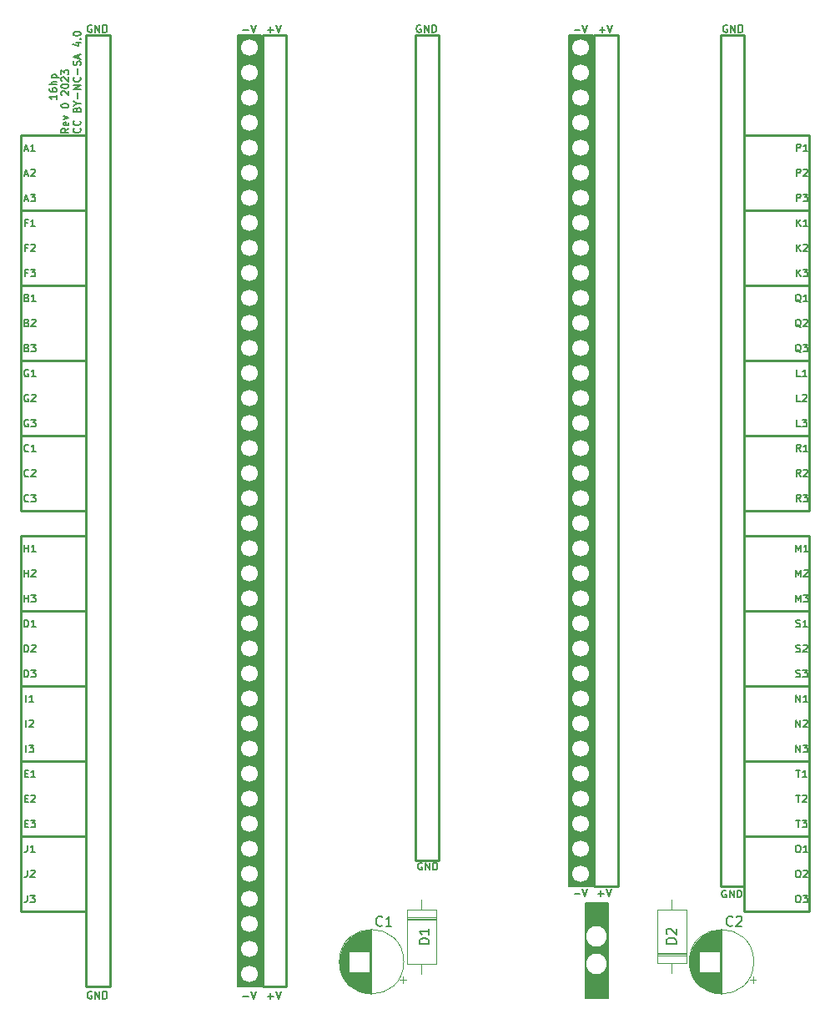
<source format=gto>
G04 #@! TF.GenerationSoftware,KiCad,Pcbnew,(6.0.11-0)*
G04 #@! TF.CreationDate,2023-03-26T21:41:22+01:00*
G04 #@! TF.ProjectId,mainboard,6d61696e-626f-4617-9264-2e6b69636164,rev?*
G04 #@! TF.SameCoordinates,Original*
G04 #@! TF.FileFunction,Legend,Top*
G04 #@! TF.FilePolarity,Positive*
%FSLAX46Y46*%
G04 Gerber Fmt 4.6, Leading zero omitted, Abs format (unit mm)*
G04 Created by KiCad (PCBNEW (6.0.11-0)) date 2023-03-26 21:41:22*
%MOMM*%
%LPD*%
G01*
G04 APERTURE LIST*
%ADD10C,0.250000*%
%ADD11C,0.150000*%
%ADD12C,0.120000*%
%ADD13C,1.700000*%
%ADD14O,1.700000X1.700000*%
%ADD15R,1.600000X1.600000*%
%ADD16C,1.600000*%
%ADD17R,2.200000X2.200000*%
%ADD18O,2.200000X2.200000*%
%ADD19C,2.082800*%
G04 APERTURE END LIST*
D10*
X73406000Y-19050000D02*
X80010000Y-19050000D01*
X80010000Y-19050000D02*
X80010000Y-26670000D01*
X80010000Y-26670000D02*
X73406000Y-26670000D01*
X73406000Y-26670000D02*
X73406000Y-19050000D01*
D11*
X57277000Y-89281000D02*
X59563000Y-89281000D01*
X59563000Y-89281000D02*
X59563000Y-98933000D01*
X59563000Y-98933000D02*
X57277000Y-98933000D01*
X57277000Y-98933000D02*
X57277000Y-89281000D01*
G36*
X57277000Y-89281000D02*
G01*
X59563000Y-89281000D01*
X59563000Y-98933000D01*
X57277000Y-98933000D01*
X57277000Y-89281000D01*
G37*
D10*
X26924000Y-97790000D02*
X24511000Y-97790000D01*
X24511000Y-97790000D02*
X24511000Y-1270000D01*
X24511000Y-1270000D02*
X26924000Y-1270000D01*
X26924000Y-1270000D02*
X26924000Y-97790000D01*
X73406000Y-41910000D02*
X80010000Y-41910000D01*
X80010000Y-41910000D02*
X80010000Y-49530000D01*
X80010000Y-49530000D02*
X73406000Y-49530000D01*
X73406000Y-49530000D02*
X73406000Y-41910000D01*
X73406000Y-87630000D02*
X70993000Y-87630000D01*
X70993000Y-87630000D02*
X70993000Y-1270000D01*
X70993000Y-1270000D02*
X73406000Y-1270000D01*
X73406000Y-1270000D02*
X73406000Y-87630000D01*
X73406000Y-34290000D02*
X80010000Y-34290000D01*
X80010000Y-34290000D02*
X80010000Y-41910000D01*
X80010000Y-41910000D02*
X73406000Y-41910000D01*
X73406000Y-41910000D02*
X73406000Y-34290000D01*
X0Y-74930000D02*
X6604000Y-74930000D01*
X6604000Y-74930000D02*
X6604000Y-82550000D01*
X6604000Y-82550000D02*
X0Y-82550000D01*
X0Y-82550000D02*
X0Y-74930000D01*
X0Y-67310000D02*
X6604000Y-67310000D01*
X6604000Y-67310000D02*
X6604000Y-74930000D01*
X6604000Y-74930000D02*
X0Y-74930000D01*
X0Y-74930000D02*
X0Y-67310000D01*
D11*
X55626000Y-87630000D02*
X58039000Y-87630000D01*
X58039000Y-87630000D02*
X58039000Y-1270000D01*
X58039000Y-1270000D02*
X55626000Y-1270000D01*
X55626000Y-1270000D02*
X55626000Y-87630000D01*
G36*
X55626000Y-87630000D02*
G01*
X58039000Y-87630000D01*
X58039000Y-1270000D01*
X55626000Y-1270000D01*
X55626000Y-87630000D01*
G37*
D10*
X0Y-19050000D02*
X6604000Y-19050000D01*
X6604000Y-19050000D02*
X6604000Y-26670000D01*
X6604000Y-26670000D02*
X0Y-26670000D01*
X0Y-26670000D02*
X0Y-19050000D01*
X73406000Y-11430000D02*
X80010000Y-11430000D01*
X80010000Y-11430000D02*
X80010000Y-19050000D01*
X80010000Y-19050000D02*
X73406000Y-19050000D01*
X73406000Y-19050000D02*
X73406000Y-11430000D01*
X0Y-11430000D02*
X6604000Y-11430000D01*
X6604000Y-11430000D02*
X6604000Y-19050000D01*
X6604000Y-19050000D02*
X0Y-19050000D01*
X0Y-19050000D02*
X0Y-11430000D01*
X73406000Y-82550000D02*
X80010000Y-82550000D01*
X80010000Y-82550000D02*
X80010000Y-90170000D01*
X80010000Y-90170000D02*
X73406000Y-90170000D01*
X73406000Y-90170000D02*
X73406000Y-82550000D01*
X0Y-26670000D02*
X6604000Y-26670000D01*
X6604000Y-26670000D02*
X6604000Y-34290000D01*
X6604000Y-34290000D02*
X0Y-34290000D01*
X0Y-34290000D02*
X0Y-26670000D01*
X0Y-41910000D02*
X6604000Y-41910000D01*
X6604000Y-41910000D02*
X6604000Y-49530000D01*
X6604000Y-49530000D02*
X0Y-49530000D01*
X0Y-49530000D02*
X0Y-41910000D01*
X73406000Y-74930000D02*
X80010000Y-74930000D01*
X80010000Y-74930000D02*
X80010000Y-82550000D01*
X80010000Y-82550000D02*
X73406000Y-82550000D01*
X73406000Y-82550000D02*
X73406000Y-74930000D01*
X73406000Y-52070000D02*
X80010000Y-52070000D01*
X80010000Y-52070000D02*
X80010000Y-59690000D01*
X80010000Y-59690000D02*
X73406000Y-59690000D01*
X73406000Y-59690000D02*
X73406000Y-52070000D01*
D11*
X21971000Y-97790000D02*
X24384000Y-97790000D01*
X24384000Y-97790000D02*
X24384000Y-1270000D01*
X24384000Y-1270000D02*
X21971000Y-1270000D01*
X21971000Y-1270000D02*
X21971000Y-97790000D01*
G36*
X21971000Y-97790000D02*
G01*
X24384000Y-97790000D01*
X24384000Y-1270000D01*
X21971000Y-1270000D01*
X21971000Y-97790000D01*
G37*
D10*
X0Y-82550000D02*
X6604000Y-82550000D01*
X6604000Y-82550000D02*
X6604000Y-90170000D01*
X6604000Y-90170000D02*
X0Y-90170000D01*
X0Y-90170000D02*
X0Y-82550000D01*
X73406000Y-67310000D02*
X80010000Y-67310000D01*
X80010000Y-67310000D02*
X80010000Y-74930000D01*
X80010000Y-74930000D02*
X73406000Y-74930000D01*
X73406000Y-74930000D02*
X73406000Y-67310000D01*
X9017000Y-97790000D02*
X6604000Y-97790000D01*
X6604000Y-97790000D02*
X6604000Y-1270000D01*
X6604000Y-1270000D02*
X9017000Y-1270000D01*
X9017000Y-1270000D02*
X9017000Y-97790000D01*
X0Y-52070000D02*
X6604000Y-52070000D01*
X6604000Y-52070000D02*
X6604000Y-59690000D01*
X6604000Y-59690000D02*
X0Y-59690000D01*
X0Y-59690000D02*
X0Y-52070000D01*
X73406000Y-26670000D02*
X80010000Y-26670000D01*
X80010000Y-26670000D02*
X80010000Y-34290000D01*
X80010000Y-34290000D02*
X73406000Y-34290000D01*
X73406000Y-34290000D02*
X73406000Y-26670000D01*
X73406000Y-59690000D02*
X80010000Y-59690000D01*
X80010000Y-59690000D02*
X80010000Y-67310000D01*
X80010000Y-67310000D02*
X73406000Y-67310000D01*
X73406000Y-67310000D02*
X73406000Y-59690000D01*
X0Y-59690000D02*
X6604000Y-59690000D01*
X6604000Y-59690000D02*
X6604000Y-67310000D01*
X6604000Y-67310000D02*
X0Y-67310000D01*
X0Y-67310000D02*
X0Y-59690000D01*
X42418000Y-84963000D02*
X40005000Y-84963000D01*
X40005000Y-84963000D02*
X40005000Y-1270000D01*
X40005000Y-1270000D02*
X42418000Y-1270000D01*
X42418000Y-1270000D02*
X42418000Y-84963000D01*
X60579000Y-87630000D02*
X58166000Y-87630000D01*
X58166000Y-87630000D02*
X58166000Y-1270000D01*
X58166000Y-1270000D02*
X60579000Y-1270000D01*
X60579000Y-1270000D02*
X60579000Y-87630000D01*
X0Y-34290000D02*
X6604000Y-34290000D01*
X6604000Y-34290000D02*
X6604000Y-41910000D01*
X6604000Y-41910000D02*
X0Y-41910000D01*
X0Y-41910000D02*
X0Y-34290000D01*
D11*
X22506857Y-98732571D02*
X23078285Y-98732571D01*
X23328285Y-98268285D02*
X23578285Y-99018285D01*
X23828285Y-98268285D01*
X22506857Y-688571D02*
X23078285Y-688571D01*
X23328285Y-224285D02*
X23578285Y-974285D01*
X23828285Y-224285D01*
X79176571Y-28350714D02*
X79105142Y-28315000D01*
X79033714Y-28243571D01*
X78926571Y-28136428D01*
X78855142Y-28100714D01*
X78783714Y-28100714D01*
X78819428Y-28279285D02*
X78748000Y-28243571D01*
X78676571Y-28172142D01*
X78640857Y-28029285D01*
X78640857Y-27779285D01*
X78676571Y-27636428D01*
X78748000Y-27565000D01*
X78819428Y-27529285D01*
X78962285Y-27529285D01*
X79033714Y-27565000D01*
X79105142Y-27636428D01*
X79140857Y-27779285D01*
X79140857Y-28029285D01*
X79105142Y-28172142D01*
X79033714Y-28243571D01*
X78962285Y-28279285D01*
X78819428Y-28279285D01*
X79855142Y-28279285D02*
X79426571Y-28279285D01*
X79640857Y-28279285D02*
X79640857Y-27529285D01*
X79569428Y-27636428D01*
X79498000Y-27707857D01*
X79426571Y-27743571D01*
X78819428Y-88489285D02*
X78962285Y-88489285D01*
X79033714Y-88525000D01*
X79105142Y-88596428D01*
X79140857Y-88739285D01*
X79140857Y-88989285D01*
X79105142Y-89132142D01*
X79033714Y-89203571D01*
X78962285Y-89239285D01*
X78819428Y-89239285D01*
X78748000Y-89203571D01*
X78676571Y-89132142D01*
X78640857Y-88989285D01*
X78640857Y-88739285D01*
X78676571Y-88596428D01*
X78748000Y-88525000D01*
X78819428Y-88489285D01*
X79390857Y-88489285D02*
X79855142Y-88489285D01*
X79605142Y-88775000D01*
X79712285Y-88775000D01*
X79783714Y-88810714D01*
X79819428Y-88846428D01*
X79855142Y-88917857D01*
X79855142Y-89096428D01*
X79819428Y-89167857D01*
X79783714Y-89203571D01*
X79712285Y-89239285D01*
X79498000Y-89239285D01*
X79426571Y-89203571D01*
X79390857Y-89167857D01*
X585428Y-32966428D02*
X692571Y-33002142D01*
X728285Y-33037857D01*
X764000Y-33109285D01*
X764000Y-33216428D01*
X728285Y-33287857D01*
X692571Y-33323571D01*
X621142Y-33359285D01*
X335428Y-33359285D01*
X335428Y-32609285D01*
X585428Y-32609285D01*
X656857Y-32645000D01*
X692571Y-32680714D01*
X728285Y-32752142D01*
X728285Y-32823571D01*
X692571Y-32895000D01*
X656857Y-32930714D01*
X585428Y-32966428D01*
X335428Y-32966428D01*
X1014000Y-32609285D02*
X1478285Y-32609285D01*
X1228285Y-32895000D01*
X1335428Y-32895000D01*
X1406857Y-32930714D01*
X1442571Y-32966428D01*
X1478285Y-33037857D01*
X1478285Y-33216428D01*
X1442571Y-33287857D01*
X1406857Y-33323571D01*
X1335428Y-33359285D01*
X1121142Y-33359285D01*
X1049714Y-33323571D01*
X1014000Y-33287857D01*
X79176571Y-30890714D02*
X79105142Y-30855000D01*
X79033714Y-30783571D01*
X78926571Y-30676428D01*
X78855142Y-30640714D01*
X78783714Y-30640714D01*
X78819428Y-30819285D02*
X78748000Y-30783571D01*
X78676571Y-30712142D01*
X78640857Y-30569285D01*
X78640857Y-30319285D01*
X78676571Y-30176428D01*
X78748000Y-30105000D01*
X78819428Y-30069285D01*
X78962285Y-30069285D01*
X79033714Y-30105000D01*
X79105142Y-30176428D01*
X79140857Y-30319285D01*
X79140857Y-30569285D01*
X79105142Y-30712142D01*
X79033714Y-30783571D01*
X78962285Y-30819285D01*
X78819428Y-30819285D01*
X79426571Y-30140714D02*
X79462285Y-30105000D01*
X79533714Y-30069285D01*
X79712285Y-30069285D01*
X79783714Y-30105000D01*
X79819428Y-30140714D01*
X79855142Y-30212142D01*
X79855142Y-30283571D01*
X79819428Y-30390714D01*
X79390857Y-30819285D01*
X79855142Y-30819285D01*
X353285Y-15365000D02*
X710428Y-15365000D01*
X281857Y-15579285D02*
X531857Y-14829285D01*
X781857Y-15579285D01*
X996142Y-14900714D02*
X1031857Y-14865000D01*
X1103285Y-14829285D01*
X1281857Y-14829285D01*
X1353285Y-14865000D01*
X1389000Y-14900714D01*
X1424714Y-14972142D01*
X1424714Y-15043571D01*
X1389000Y-15150714D01*
X960428Y-15579285D01*
X1424714Y-15579285D01*
X317571Y-53679285D02*
X317571Y-52929285D01*
X317571Y-53286428D02*
X746142Y-53286428D01*
X746142Y-53679285D02*
X746142Y-52929285D01*
X1496142Y-53679285D02*
X1067571Y-53679285D01*
X1281857Y-53679285D02*
X1281857Y-52929285D01*
X1210428Y-53036428D01*
X1139000Y-53107857D01*
X1067571Y-53143571D01*
X639000Y-20266428D02*
X389000Y-20266428D01*
X389000Y-20659285D02*
X389000Y-19909285D01*
X746142Y-19909285D01*
X1424714Y-20659285D02*
X996142Y-20659285D01*
X1210428Y-20659285D02*
X1210428Y-19909285D01*
X1139000Y-20016428D01*
X1067571Y-20087857D01*
X996142Y-20123571D01*
X78676571Y-80869285D02*
X79105142Y-80869285D01*
X78890857Y-81619285D02*
X78890857Y-80869285D01*
X79283714Y-80869285D02*
X79748000Y-80869285D01*
X79498000Y-81155000D01*
X79605142Y-81155000D01*
X79676571Y-81190714D01*
X79712285Y-81226428D01*
X79748000Y-81297857D01*
X79748000Y-81476428D01*
X79712285Y-81547857D01*
X79676571Y-81583571D01*
X79605142Y-81619285D01*
X79390857Y-81619285D01*
X79319428Y-81583571D01*
X79283714Y-81547857D01*
X79123000Y-35899285D02*
X78765857Y-35899285D01*
X78765857Y-35149285D01*
X79765857Y-35899285D02*
X79337285Y-35899285D01*
X79551571Y-35899285D02*
X79551571Y-35149285D01*
X79480142Y-35256428D01*
X79408714Y-35327857D01*
X79337285Y-35363571D01*
X78676571Y-75789285D02*
X79105142Y-75789285D01*
X78890857Y-76539285D02*
X78890857Y-75789285D01*
X79748000Y-76539285D02*
X79319428Y-76539285D01*
X79533714Y-76539285D02*
X79533714Y-75789285D01*
X79462285Y-75896428D01*
X79390857Y-75967857D01*
X79319428Y-76003571D01*
X7175571Y-98304000D02*
X7104142Y-98268285D01*
X6997000Y-98268285D01*
X6889857Y-98304000D01*
X6818428Y-98375428D01*
X6782714Y-98446857D01*
X6747000Y-98589714D01*
X6747000Y-98696857D01*
X6782714Y-98839714D01*
X6818428Y-98911142D01*
X6889857Y-98982571D01*
X6997000Y-99018285D01*
X7068428Y-99018285D01*
X7175571Y-98982571D01*
X7211285Y-98946857D01*
X7211285Y-98696857D01*
X7068428Y-98696857D01*
X7532714Y-99018285D02*
X7532714Y-98268285D01*
X7961285Y-99018285D01*
X7961285Y-98268285D01*
X8318428Y-99018285D02*
X8318428Y-98268285D01*
X8497000Y-98268285D01*
X8604142Y-98304000D01*
X8675571Y-98375428D01*
X8711285Y-98446857D01*
X8747000Y-98589714D01*
X8747000Y-98696857D01*
X8711285Y-98839714D01*
X8675571Y-98911142D01*
X8604142Y-98982571D01*
X8497000Y-99018285D01*
X8318428Y-99018285D01*
X764000Y-48527857D02*
X728285Y-48563571D01*
X621142Y-48599285D01*
X549714Y-48599285D01*
X442571Y-48563571D01*
X371142Y-48492142D01*
X335428Y-48420714D01*
X299714Y-48277857D01*
X299714Y-48170714D01*
X335428Y-48027857D01*
X371142Y-47956428D01*
X442571Y-47885000D01*
X549714Y-47849285D01*
X621142Y-47849285D01*
X728285Y-47885000D01*
X764000Y-47920714D01*
X1014000Y-47849285D02*
X1478285Y-47849285D01*
X1228285Y-48135000D01*
X1335428Y-48135000D01*
X1406857Y-48170714D01*
X1442571Y-48206428D01*
X1478285Y-48277857D01*
X1478285Y-48456428D01*
X1442571Y-48527857D01*
X1406857Y-48563571D01*
X1335428Y-48599285D01*
X1121142Y-48599285D01*
X1049714Y-48563571D01*
X1014000Y-48527857D01*
X585428Y-30426428D02*
X692571Y-30462142D01*
X728285Y-30497857D01*
X764000Y-30569285D01*
X764000Y-30676428D01*
X728285Y-30747857D01*
X692571Y-30783571D01*
X621142Y-30819285D01*
X335428Y-30819285D01*
X335428Y-30069285D01*
X585428Y-30069285D01*
X656857Y-30105000D01*
X692571Y-30140714D01*
X728285Y-30212142D01*
X728285Y-30283571D01*
X692571Y-30355000D01*
X656857Y-30390714D01*
X585428Y-30426428D01*
X335428Y-30426428D01*
X1049714Y-30140714D02*
X1085428Y-30105000D01*
X1156857Y-30069285D01*
X1335428Y-30069285D01*
X1406857Y-30105000D01*
X1442571Y-30140714D01*
X1478285Y-30212142D01*
X1478285Y-30283571D01*
X1442571Y-30390714D01*
X1014000Y-30819285D01*
X1478285Y-30819285D01*
X25046857Y-688571D02*
X25618285Y-688571D01*
X25332571Y-974285D02*
X25332571Y-402857D01*
X25868285Y-224285D02*
X26118285Y-974285D01*
X26368285Y-224285D01*
X317571Y-58759285D02*
X317571Y-58009285D01*
X317571Y-58366428D02*
X746142Y-58366428D01*
X746142Y-58759285D02*
X746142Y-58009285D01*
X1031857Y-58009285D02*
X1496142Y-58009285D01*
X1246142Y-58295000D01*
X1353285Y-58295000D01*
X1424714Y-58330714D01*
X1460428Y-58366428D01*
X1496142Y-58437857D01*
X1496142Y-58616428D01*
X1460428Y-58687857D01*
X1424714Y-58723571D01*
X1353285Y-58759285D01*
X1139000Y-58759285D01*
X1067571Y-58723571D01*
X1031857Y-58687857D01*
X728285Y-40265000D02*
X656857Y-40229285D01*
X549714Y-40229285D01*
X442571Y-40265000D01*
X371142Y-40336428D01*
X335428Y-40407857D01*
X299714Y-40550714D01*
X299714Y-40657857D01*
X335428Y-40800714D01*
X371142Y-40872142D01*
X442571Y-40943571D01*
X549714Y-40979285D01*
X621142Y-40979285D01*
X728285Y-40943571D01*
X764000Y-40907857D01*
X764000Y-40657857D01*
X621142Y-40657857D01*
X1014000Y-40229285D02*
X1478285Y-40229285D01*
X1228285Y-40515000D01*
X1335428Y-40515000D01*
X1406857Y-40550714D01*
X1442571Y-40586428D01*
X1478285Y-40657857D01*
X1478285Y-40836428D01*
X1442571Y-40907857D01*
X1406857Y-40943571D01*
X1335428Y-40979285D01*
X1121142Y-40979285D01*
X1049714Y-40943571D01*
X1014000Y-40907857D01*
X78640857Y-58759285D02*
X78640857Y-58009285D01*
X78890857Y-58545000D01*
X79140857Y-58009285D01*
X79140857Y-58759285D01*
X79426571Y-58009285D02*
X79890857Y-58009285D01*
X79640857Y-58295000D01*
X79748000Y-58295000D01*
X79819428Y-58330714D01*
X79855142Y-58366428D01*
X79890857Y-58437857D01*
X79890857Y-58616428D01*
X79855142Y-58687857D01*
X79819428Y-58723571D01*
X79748000Y-58759285D01*
X79533714Y-58759285D01*
X79462285Y-58723571D01*
X79426571Y-58687857D01*
X78694428Y-20659285D02*
X78694428Y-19909285D01*
X79123000Y-20659285D02*
X78801571Y-20230714D01*
X79123000Y-19909285D02*
X78694428Y-20337857D01*
X79837285Y-20659285D02*
X79408714Y-20659285D01*
X79623000Y-20659285D02*
X79623000Y-19909285D01*
X79551571Y-20016428D01*
X79480142Y-20087857D01*
X79408714Y-20123571D01*
X531857Y-73999285D02*
X531857Y-73249285D01*
X817571Y-73249285D02*
X1281857Y-73249285D01*
X1031857Y-73535000D01*
X1139000Y-73535000D01*
X1210428Y-73570714D01*
X1246142Y-73606428D01*
X1281857Y-73677857D01*
X1281857Y-73856428D01*
X1246142Y-73927857D01*
X1210428Y-73963571D01*
X1139000Y-73999285D01*
X924714Y-73999285D01*
X853285Y-73963571D01*
X817571Y-73927857D01*
X639000Y-22806428D02*
X389000Y-22806428D01*
X389000Y-23199285D02*
X389000Y-22449285D01*
X746142Y-22449285D01*
X996142Y-22520714D02*
X1031857Y-22485000D01*
X1103285Y-22449285D01*
X1281857Y-22449285D01*
X1353285Y-22485000D01*
X1389000Y-22520714D01*
X1424714Y-22592142D01*
X1424714Y-22663571D01*
X1389000Y-22770714D01*
X960428Y-23199285D01*
X1424714Y-23199285D01*
X71691571Y-260000D02*
X71620142Y-224285D01*
X71513000Y-224285D01*
X71405857Y-260000D01*
X71334428Y-331428D01*
X71298714Y-402857D01*
X71263000Y-545714D01*
X71263000Y-652857D01*
X71298714Y-795714D01*
X71334428Y-867142D01*
X71405857Y-938571D01*
X71513000Y-974285D01*
X71584428Y-974285D01*
X71691571Y-938571D01*
X71727285Y-902857D01*
X71727285Y-652857D01*
X71584428Y-652857D01*
X72048714Y-974285D02*
X72048714Y-224285D01*
X72477285Y-974285D01*
X72477285Y-224285D01*
X72834428Y-974285D02*
X72834428Y-224285D01*
X73013000Y-224285D01*
X73120142Y-260000D01*
X73191571Y-331428D01*
X73227285Y-402857D01*
X73263000Y-545714D01*
X73263000Y-652857D01*
X73227285Y-795714D01*
X73191571Y-867142D01*
X73120142Y-938571D01*
X73013000Y-974285D01*
X72834428Y-974285D01*
X78694428Y-23199285D02*
X78694428Y-22449285D01*
X79123000Y-23199285D02*
X78801571Y-22770714D01*
X79123000Y-22449285D02*
X78694428Y-22877857D01*
X79408714Y-22520714D02*
X79444428Y-22485000D01*
X79515857Y-22449285D01*
X79694428Y-22449285D01*
X79765857Y-22485000D01*
X79801571Y-22520714D01*
X79837285Y-22592142D01*
X79837285Y-22663571D01*
X79801571Y-22770714D01*
X79373000Y-23199285D01*
X79837285Y-23199285D01*
X3631785Y-7302500D02*
X3631785Y-7731071D01*
X3631785Y-7516785D02*
X2881785Y-7516785D01*
X2988928Y-7588214D01*
X3060357Y-7659642D01*
X3096071Y-7731071D01*
X2881785Y-6659642D02*
X2881785Y-6802500D01*
X2917500Y-6873928D01*
X2953214Y-6909642D01*
X3060357Y-6981071D01*
X3203214Y-7016785D01*
X3488928Y-7016785D01*
X3560357Y-6981071D01*
X3596071Y-6945357D01*
X3631785Y-6873928D01*
X3631785Y-6731071D01*
X3596071Y-6659642D01*
X3560357Y-6623928D01*
X3488928Y-6588214D01*
X3310357Y-6588214D01*
X3238928Y-6623928D01*
X3203214Y-6659642D01*
X3167500Y-6731071D01*
X3167500Y-6873928D01*
X3203214Y-6945357D01*
X3238928Y-6981071D01*
X3310357Y-7016785D01*
X3631785Y-6266785D02*
X2881785Y-6266785D01*
X3631785Y-5945357D02*
X3238928Y-5945357D01*
X3167500Y-5981071D01*
X3131785Y-6052500D01*
X3131785Y-6159642D01*
X3167500Y-6231071D01*
X3203214Y-6266785D01*
X3131785Y-5588214D02*
X3881785Y-5588214D01*
X3167500Y-5588214D02*
X3131785Y-5516785D01*
X3131785Y-5373928D01*
X3167500Y-5302500D01*
X3203214Y-5266785D01*
X3274642Y-5231071D01*
X3488928Y-5231071D01*
X3560357Y-5266785D01*
X3596071Y-5302500D01*
X3631785Y-5373928D01*
X3631785Y-5516785D01*
X3596071Y-5588214D01*
X4839285Y-10695357D02*
X4482142Y-10945357D01*
X4839285Y-11123928D02*
X4089285Y-11123928D01*
X4089285Y-10838214D01*
X4125000Y-10766785D01*
X4160714Y-10731071D01*
X4232142Y-10695357D01*
X4339285Y-10695357D01*
X4410714Y-10731071D01*
X4446428Y-10766785D01*
X4482142Y-10838214D01*
X4482142Y-11123928D01*
X4803571Y-10088214D02*
X4839285Y-10159642D01*
X4839285Y-10302500D01*
X4803571Y-10373928D01*
X4732142Y-10409642D01*
X4446428Y-10409642D01*
X4375000Y-10373928D01*
X4339285Y-10302500D01*
X4339285Y-10159642D01*
X4375000Y-10088214D01*
X4446428Y-10052500D01*
X4517857Y-10052500D01*
X4589285Y-10409642D01*
X4339285Y-9802500D02*
X4839285Y-9623928D01*
X4339285Y-9445357D01*
X4089285Y-8445357D02*
X4089285Y-8373928D01*
X4125000Y-8302500D01*
X4160714Y-8266785D01*
X4232142Y-8231071D01*
X4375000Y-8195357D01*
X4553571Y-8195357D01*
X4696428Y-8231071D01*
X4767857Y-8266785D01*
X4803571Y-8302500D01*
X4839285Y-8373928D01*
X4839285Y-8445357D01*
X4803571Y-8516785D01*
X4767857Y-8552500D01*
X4696428Y-8588214D01*
X4553571Y-8623928D01*
X4375000Y-8623928D01*
X4232142Y-8588214D01*
X4160714Y-8552500D01*
X4125000Y-8516785D01*
X4089285Y-8445357D01*
X4160714Y-7338214D02*
X4125000Y-7302500D01*
X4089285Y-7231071D01*
X4089285Y-7052500D01*
X4125000Y-6981071D01*
X4160714Y-6945357D01*
X4232142Y-6909642D01*
X4303571Y-6909642D01*
X4410714Y-6945357D01*
X4839285Y-7373928D01*
X4839285Y-6909642D01*
X4089285Y-6445357D02*
X4089285Y-6373928D01*
X4125000Y-6302500D01*
X4160714Y-6266785D01*
X4232142Y-6231071D01*
X4375000Y-6195357D01*
X4553571Y-6195357D01*
X4696428Y-6231071D01*
X4767857Y-6266785D01*
X4803571Y-6302500D01*
X4839285Y-6373928D01*
X4839285Y-6445357D01*
X4803571Y-6516785D01*
X4767857Y-6552500D01*
X4696428Y-6588214D01*
X4553571Y-6623928D01*
X4375000Y-6623928D01*
X4232142Y-6588214D01*
X4160714Y-6552500D01*
X4125000Y-6516785D01*
X4089285Y-6445357D01*
X4160714Y-5909642D02*
X4125000Y-5873928D01*
X4089285Y-5802500D01*
X4089285Y-5623928D01*
X4125000Y-5552500D01*
X4160714Y-5516785D01*
X4232142Y-5481071D01*
X4303571Y-5481071D01*
X4410714Y-5516785D01*
X4839285Y-5945357D01*
X4839285Y-5481071D01*
X4089285Y-5231071D02*
X4089285Y-4766785D01*
X4375000Y-5016785D01*
X4375000Y-4909642D01*
X4410714Y-4838214D01*
X4446428Y-4802500D01*
X4517857Y-4766785D01*
X4696428Y-4766785D01*
X4767857Y-4802500D01*
X4803571Y-4838214D01*
X4839285Y-4909642D01*
X4839285Y-5123928D01*
X4803571Y-5195357D01*
X4767857Y-5231071D01*
X5975357Y-10695357D02*
X6011071Y-10731071D01*
X6046785Y-10838214D01*
X6046785Y-10909642D01*
X6011071Y-11016785D01*
X5939642Y-11088214D01*
X5868214Y-11123928D01*
X5725357Y-11159642D01*
X5618214Y-11159642D01*
X5475357Y-11123928D01*
X5403928Y-11088214D01*
X5332500Y-11016785D01*
X5296785Y-10909642D01*
X5296785Y-10838214D01*
X5332500Y-10731071D01*
X5368214Y-10695357D01*
X5975357Y-9945357D02*
X6011071Y-9981071D01*
X6046785Y-10088214D01*
X6046785Y-10159642D01*
X6011071Y-10266785D01*
X5939642Y-10338214D01*
X5868214Y-10373928D01*
X5725357Y-10409642D01*
X5618214Y-10409642D01*
X5475357Y-10373928D01*
X5403928Y-10338214D01*
X5332500Y-10266785D01*
X5296785Y-10159642D01*
X5296785Y-10088214D01*
X5332500Y-9981071D01*
X5368214Y-9945357D01*
X5653928Y-8802500D02*
X5689642Y-8695357D01*
X5725357Y-8659642D01*
X5796785Y-8623928D01*
X5903928Y-8623928D01*
X5975357Y-8659642D01*
X6011071Y-8695357D01*
X6046785Y-8766785D01*
X6046785Y-9052500D01*
X5296785Y-9052500D01*
X5296785Y-8802500D01*
X5332500Y-8731071D01*
X5368214Y-8695357D01*
X5439642Y-8659642D01*
X5511071Y-8659642D01*
X5582500Y-8695357D01*
X5618214Y-8731071D01*
X5653928Y-8802500D01*
X5653928Y-9052500D01*
X5689642Y-8159642D02*
X6046785Y-8159642D01*
X5296785Y-8409642D02*
X5689642Y-8159642D01*
X5296785Y-7909642D01*
X5761071Y-7659642D02*
X5761071Y-7088214D01*
X6046785Y-6731071D02*
X5296785Y-6731071D01*
X6046785Y-6302500D01*
X5296785Y-6302500D01*
X5975357Y-5516785D02*
X6011071Y-5552500D01*
X6046785Y-5659642D01*
X6046785Y-5731071D01*
X6011071Y-5838214D01*
X5939642Y-5909642D01*
X5868214Y-5945357D01*
X5725357Y-5981071D01*
X5618214Y-5981071D01*
X5475357Y-5945357D01*
X5403928Y-5909642D01*
X5332500Y-5838214D01*
X5296785Y-5731071D01*
X5296785Y-5659642D01*
X5332500Y-5552500D01*
X5368214Y-5516785D01*
X5761071Y-5195357D02*
X5761071Y-4623928D01*
X6011071Y-4302500D02*
X6046785Y-4195357D01*
X6046785Y-4016785D01*
X6011071Y-3945357D01*
X5975357Y-3909642D01*
X5903928Y-3873928D01*
X5832500Y-3873928D01*
X5761071Y-3909642D01*
X5725357Y-3945357D01*
X5689642Y-4016785D01*
X5653928Y-4159642D01*
X5618214Y-4231071D01*
X5582500Y-4266785D01*
X5511071Y-4302500D01*
X5439642Y-4302500D01*
X5368214Y-4266785D01*
X5332500Y-4231071D01*
X5296785Y-4159642D01*
X5296785Y-3981071D01*
X5332500Y-3873928D01*
X5832500Y-3588214D02*
X5832500Y-3231071D01*
X6046785Y-3659642D02*
X5296785Y-3409642D01*
X6046785Y-3159642D01*
X5546785Y-2016785D02*
X6046785Y-2016785D01*
X5261071Y-2195357D02*
X5796785Y-2373928D01*
X5796785Y-1909642D01*
X5975357Y-1623928D02*
X6011071Y-1588214D01*
X6046785Y-1623928D01*
X6011071Y-1659642D01*
X5975357Y-1623928D01*
X6046785Y-1623928D01*
X5296785Y-1123928D02*
X5296785Y-1052500D01*
X5332500Y-981071D01*
X5368214Y-945357D01*
X5439642Y-909642D01*
X5582500Y-873928D01*
X5761071Y-873928D01*
X5903928Y-909642D01*
X5975357Y-945357D01*
X6011071Y-981071D01*
X6046785Y-1052500D01*
X6046785Y-1123928D01*
X6011071Y-1195357D01*
X5975357Y-1231071D01*
X5903928Y-1266785D01*
X5761071Y-1302500D01*
X5582500Y-1302500D01*
X5439642Y-1266785D01*
X5368214Y-1231071D01*
X5332500Y-1195357D01*
X5296785Y-1123928D01*
X531857Y-71459285D02*
X531857Y-70709285D01*
X853285Y-70780714D02*
X889000Y-70745000D01*
X960428Y-70709285D01*
X1139000Y-70709285D01*
X1210428Y-70745000D01*
X1246142Y-70780714D01*
X1281857Y-70852142D01*
X1281857Y-70923571D01*
X1246142Y-71030714D01*
X817571Y-71459285D01*
X1281857Y-71459285D01*
X531857Y-68919285D02*
X531857Y-68169285D01*
X1281857Y-68919285D02*
X853285Y-68919285D01*
X1067571Y-68919285D02*
X1067571Y-68169285D01*
X996142Y-68276428D01*
X924714Y-68347857D01*
X853285Y-68383571D01*
X639000Y-88489285D02*
X639000Y-89025000D01*
X603285Y-89132142D01*
X531857Y-89203571D01*
X424714Y-89239285D01*
X353285Y-89239285D01*
X924714Y-88489285D02*
X1389000Y-88489285D01*
X1139000Y-88775000D01*
X1246142Y-88775000D01*
X1317571Y-88810714D01*
X1353285Y-88846428D01*
X1389000Y-88917857D01*
X1389000Y-89096428D01*
X1353285Y-89167857D01*
X1317571Y-89203571D01*
X1246142Y-89239285D01*
X1031857Y-89239285D01*
X960428Y-89203571D01*
X924714Y-89167857D01*
X78694428Y-25739285D02*
X78694428Y-24989285D01*
X79123000Y-25739285D02*
X78801571Y-25310714D01*
X79123000Y-24989285D02*
X78694428Y-25417857D01*
X79373000Y-24989285D02*
X79837285Y-24989285D01*
X79587285Y-25275000D01*
X79694428Y-25275000D01*
X79765857Y-25310714D01*
X79801571Y-25346428D01*
X79837285Y-25417857D01*
X79837285Y-25596428D01*
X79801571Y-25667857D01*
X79765857Y-25703571D01*
X79694428Y-25739285D01*
X79480142Y-25739285D01*
X79408714Y-25703571D01*
X79373000Y-25667857D01*
X585428Y-27886428D02*
X692571Y-27922142D01*
X728285Y-27957857D01*
X764000Y-28029285D01*
X764000Y-28136428D01*
X728285Y-28207857D01*
X692571Y-28243571D01*
X621142Y-28279285D01*
X335428Y-28279285D01*
X335428Y-27529285D01*
X585428Y-27529285D01*
X656857Y-27565000D01*
X692571Y-27600714D01*
X728285Y-27672142D01*
X728285Y-27743571D01*
X692571Y-27815000D01*
X656857Y-27850714D01*
X585428Y-27886428D01*
X335428Y-27886428D01*
X1478285Y-28279285D02*
X1049714Y-28279285D01*
X1264000Y-28279285D02*
X1264000Y-27529285D01*
X1192571Y-27636428D01*
X1121142Y-27707857D01*
X1049714Y-27743571D01*
X56161857Y-88318571D02*
X56733285Y-88318571D01*
X56983285Y-87854285D02*
X57233285Y-88604285D01*
X57483285Y-87854285D01*
X335428Y-63839285D02*
X335428Y-63089285D01*
X514000Y-63089285D01*
X621142Y-63125000D01*
X692571Y-63196428D01*
X728285Y-63267857D01*
X764000Y-63410714D01*
X764000Y-63517857D01*
X728285Y-63660714D01*
X692571Y-63732142D01*
X621142Y-63803571D01*
X514000Y-63839285D01*
X335428Y-63839285D01*
X1049714Y-63160714D02*
X1085428Y-63125000D01*
X1156857Y-63089285D01*
X1335428Y-63089285D01*
X1406857Y-63125000D01*
X1442571Y-63160714D01*
X1478285Y-63232142D01*
X1478285Y-63303571D01*
X1442571Y-63410714D01*
X1014000Y-63839285D01*
X1478285Y-63839285D01*
X78694428Y-18119285D02*
X78694428Y-17369285D01*
X78980142Y-17369285D01*
X79051571Y-17405000D01*
X79087285Y-17440714D01*
X79123000Y-17512142D01*
X79123000Y-17619285D01*
X79087285Y-17690714D01*
X79051571Y-17726428D01*
X78980142Y-17762142D01*
X78694428Y-17762142D01*
X79373000Y-17369285D02*
X79837285Y-17369285D01*
X79587285Y-17655000D01*
X79694428Y-17655000D01*
X79765857Y-17690714D01*
X79801571Y-17726428D01*
X79837285Y-17797857D01*
X79837285Y-17976428D01*
X79801571Y-18047857D01*
X79765857Y-18083571D01*
X79694428Y-18119285D01*
X79480142Y-18119285D01*
X79408714Y-18083571D01*
X79373000Y-18047857D01*
X40703571Y-85223000D02*
X40632142Y-85187285D01*
X40525000Y-85187285D01*
X40417857Y-85223000D01*
X40346428Y-85294428D01*
X40310714Y-85365857D01*
X40275000Y-85508714D01*
X40275000Y-85615857D01*
X40310714Y-85758714D01*
X40346428Y-85830142D01*
X40417857Y-85901571D01*
X40525000Y-85937285D01*
X40596428Y-85937285D01*
X40703571Y-85901571D01*
X40739285Y-85865857D01*
X40739285Y-85615857D01*
X40596428Y-85615857D01*
X41060714Y-85937285D02*
X41060714Y-85187285D01*
X41489285Y-85937285D01*
X41489285Y-85187285D01*
X41846428Y-85937285D02*
X41846428Y-85187285D01*
X42025000Y-85187285D01*
X42132142Y-85223000D01*
X42203571Y-85294428D01*
X42239285Y-85365857D01*
X42275000Y-85508714D01*
X42275000Y-85615857D01*
X42239285Y-85758714D01*
X42203571Y-85830142D01*
X42132142Y-85901571D01*
X42025000Y-85937285D01*
X41846428Y-85937285D01*
X335428Y-61299285D02*
X335428Y-60549285D01*
X514000Y-60549285D01*
X621142Y-60585000D01*
X692571Y-60656428D01*
X728285Y-60727857D01*
X764000Y-60870714D01*
X764000Y-60977857D01*
X728285Y-61120714D01*
X692571Y-61192142D01*
X621142Y-61263571D01*
X514000Y-61299285D01*
X335428Y-61299285D01*
X1478285Y-61299285D02*
X1049714Y-61299285D01*
X1264000Y-61299285D02*
X1264000Y-60549285D01*
X1192571Y-60656428D01*
X1121142Y-60727857D01*
X1049714Y-60763571D01*
X79123000Y-38439285D02*
X78765857Y-38439285D01*
X78765857Y-37689285D01*
X79337285Y-37760714D02*
X79373000Y-37725000D01*
X79444428Y-37689285D01*
X79623000Y-37689285D01*
X79694428Y-37725000D01*
X79730142Y-37760714D01*
X79765857Y-37832142D01*
X79765857Y-37903571D01*
X79730142Y-38010714D01*
X79301571Y-38439285D01*
X79765857Y-38439285D01*
X764000Y-45987857D02*
X728285Y-46023571D01*
X621142Y-46059285D01*
X549714Y-46059285D01*
X442571Y-46023571D01*
X371142Y-45952142D01*
X335428Y-45880714D01*
X299714Y-45737857D01*
X299714Y-45630714D01*
X335428Y-45487857D01*
X371142Y-45416428D01*
X442571Y-45345000D01*
X549714Y-45309285D01*
X621142Y-45309285D01*
X728285Y-45345000D01*
X764000Y-45380714D01*
X1049714Y-45380714D02*
X1085428Y-45345000D01*
X1156857Y-45309285D01*
X1335428Y-45309285D01*
X1406857Y-45345000D01*
X1442571Y-45380714D01*
X1478285Y-45452142D01*
X1478285Y-45523571D01*
X1442571Y-45630714D01*
X1014000Y-46059285D01*
X1478285Y-46059285D01*
X78694428Y-15579285D02*
X78694428Y-14829285D01*
X78980142Y-14829285D01*
X79051571Y-14865000D01*
X79087285Y-14900714D01*
X79123000Y-14972142D01*
X79123000Y-15079285D01*
X79087285Y-15150714D01*
X79051571Y-15186428D01*
X78980142Y-15222142D01*
X78694428Y-15222142D01*
X79408714Y-14900714D02*
X79444428Y-14865000D01*
X79515857Y-14829285D01*
X79694428Y-14829285D01*
X79765857Y-14865000D01*
X79801571Y-14900714D01*
X79837285Y-14972142D01*
X79837285Y-15043571D01*
X79801571Y-15150714D01*
X79373000Y-15579285D01*
X79837285Y-15579285D01*
X764000Y-43447857D02*
X728285Y-43483571D01*
X621142Y-43519285D01*
X549714Y-43519285D01*
X442571Y-43483571D01*
X371142Y-43412142D01*
X335428Y-43340714D01*
X299714Y-43197857D01*
X299714Y-43090714D01*
X335428Y-42947857D01*
X371142Y-42876428D01*
X442571Y-42805000D01*
X549714Y-42769285D01*
X621142Y-42769285D01*
X728285Y-42805000D01*
X764000Y-42840714D01*
X1478285Y-43519285D02*
X1049714Y-43519285D01*
X1264000Y-43519285D02*
X1264000Y-42769285D01*
X1192571Y-42876428D01*
X1121142Y-42947857D01*
X1049714Y-42983571D01*
X56161857Y-688571D02*
X56733285Y-688571D01*
X56983285Y-224285D02*
X57233285Y-974285D01*
X57483285Y-224285D01*
X79123000Y-46059285D02*
X78873000Y-45702142D01*
X78694428Y-46059285D02*
X78694428Y-45309285D01*
X78980142Y-45309285D01*
X79051571Y-45345000D01*
X79087285Y-45380714D01*
X79123000Y-45452142D01*
X79123000Y-45559285D01*
X79087285Y-45630714D01*
X79051571Y-45666428D01*
X78980142Y-45702142D01*
X78694428Y-45702142D01*
X79408714Y-45380714D02*
X79444428Y-45345000D01*
X79515857Y-45309285D01*
X79694428Y-45309285D01*
X79765857Y-45345000D01*
X79801571Y-45380714D01*
X79837285Y-45452142D01*
X79837285Y-45523571D01*
X79801571Y-45630714D01*
X79373000Y-46059285D01*
X79837285Y-46059285D01*
X728285Y-37725000D02*
X656857Y-37689285D01*
X549714Y-37689285D01*
X442571Y-37725000D01*
X371142Y-37796428D01*
X335428Y-37867857D01*
X299714Y-38010714D01*
X299714Y-38117857D01*
X335428Y-38260714D01*
X371142Y-38332142D01*
X442571Y-38403571D01*
X549714Y-38439285D01*
X621142Y-38439285D01*
X728285Y-38403571D01*
X764000Y-38367857D01*
X764000Y-38117857D01*
X621142Y-38117857D01*
X1049714Y-37760714D02*
X1085428Y-37725000D01*
X1156857Y-37689285D01*
X1335428Y-37689285D01*
X1406857Y-37725000D01*
X1442571Y-37760714D01*
X1478285Y-37832142D01*
X1478285Y-37903571D01*
X1442571Y-38010714D01*
X1014000Y-38439285D01*
X1478285Y-38439285D01*
X78819428Y-83409285D02*
X78962285Y-83409285D01*
X79033714Y-83445000D01*
X79105142Y-83516428D01*
X79140857Y-83659285D01*
X79140857Y-83909285D01*
X79105142Y-84052142D01*
X79033714Y-84123571D01*
X78962285Y-84159285D01*
X78819428Y-84159285D01*
X78748000Y-84123571D01*
X78676571Y-84052142D01*
X78640857Y-83909285D01*
X78640857Y-83659285D01*
X78676571Y-83516428D01*
X78748000Y-83445000D01*
X78819428Y-83409285D01*
X79855142Y-84159285D02*
X79426571Y-84159285D01*
X79640857Y-84159285D02*
X79640857Y-83409285D01*
X79569428Y-83516428D01*
X79498000Y-83587857D01*
X79426571Y-83623571D01*
X79123000Y-43519285D02*
X78873000Y-43162142D01*
X78694428Y-43519285D02*
X78694428Y-42769285D01*
X78980142Y-42769285D01*
X79051571Y-42805000D01*
X79087285Y-42840714D01*
X79123000Y-42912142D01*
X79123000Y-43019285D01*
X79087285Y-43090714D01*
X79051571Y-43126428D01*
X78980142Y-43162142D01*
X78694428Y-43162142D01*
X79837285Y-43519285D02*
X79408714Y-43519285D01*
X79623000Y-43519285D02*
X79623000Y-42769285D01*
X79551571Y-42876428D01*
X79480142Y-42947857D01*
X79408714Y-42983571D01*
X71564571Y-88017000D02*
X71493142Y-87981285D01*
X71386000Y-87981285D01*
X71278857Y-88017000D01*
X71207428Y-88088428D01*
X71171714Y-88159857D01*
X71136000Y-88302714D01*
X71136000Y-88409857D01*
X71171714Y-88552714D01*
X71207428Y-88624142D01*
X71278857Y-88695571D01*
X71386000Y-88731285D01*
X71457428Y-88731285D01*
X71564571Y-88695571D01*
X71600285Y-88659857D01*
X71600285Y-88409857D01*
X71457428Y-88409857D01*
X71921714Y-88731285D02*
X71921714Y-87981285D01*
X72350285Y-88731285D01*
X72350285Y-87981285D01*
X72707428Y-88731285D02*
X72707428Y-87981285D01*
X72886000Y-87981285D01*
X72993142Y-88017000D01*
X73064571Y-88088428D01*
X73100285Y-88159857D01*
X73136000Y-88302714D01*
X73136000Y-88409857D01*
X73100285Y-88552714D01*
X73064571Y-88624142D01*
X72993142Y-88695571D01*
X72886000Y-88731285D01*
X72707428Y-88731285D01*
X639000Y-25346428D02*
X389000Y-25346428D01*
X389000Y-25739285D02*
X389000Y-24989285D01*
X746142Y-24989285D01*
X960428Y-24989285D02*
X1424714Y-24989285D01*
X1174714Y-25275000D01*
X1281857Y-25275000D01*
X1353285Y-25310714D01*
X1389000Y-25346428D01*
X1424714Y-25417857D01*
X1424714Y-25596428D01*
X1389000Y-25667857D01*
X1353285Y-25703571D01*
X1281857Y-25739285D01*
X1067571Y-25739285D01*
X996142Y-25703571D01*
X960428Y-25667857D01*
X78819428Y-85949285D02*
X78962285Y-85949285D01*
X79033714Y-85985000D01*
X79105142Y-86056428D01*
X79140857Y-86199285D01*
X79140857Y-86449285D01*
X79105142Y-86592142D01*
X79033714Y-86663571D01*
X78962285Y-86699285D01*
X78819428Y-86699285D01*
X78748000Y-86663571D01*
X78676571Y-86592142D01*
X78640857Y-86449285D01*
X78640857Y-86199285D01*
X78676571Y-86056428D01*
X78748000Y-85985000D01*
X78819428Y-85949285D01*
X79426571Y-86020714D02*
X79462285Y-85985000D01*
X79533714Y-85949285D01*
X79712285Y-85949285D01*
X79783714Y-85985000D01*
X79819428Y-86020714D01*
X79855142Y-86092142D01*
X79855142Y-86163571D01*
X79819428Y-86270714D01*
X79390857Y-86699285D01*
X79855142Y-86699285D01*
X639000Y-83409285D02*
X639000Y-83945000D01*
X603285Y-84052142D01*
X531857Y-84123571D01*
X424714Y-84159285D01*
X353285Y-84159285D01*
X1389000Y-84159285D02*
X960428Y-84159285D01*
X1174714Y-84159285D02*
X1174714Y-83409285D01*
X1103285Y-83516428D01*
X1031857Y-83587857D01*
X960428Y-83623571D01*
X78640857Y-53679285D02*
X78640857Y-52929285D01*
X78890857Y-53465000D01*
X79140857Y-52929285D01*
X79140857Y-53679285D01*
X79890857Y-53679285D02*
X79462285Y-53679285D01*
X79676571Y-53679285D02*
X79676571Y-52929285D01*
X79605142Y-53036428D01*
X79533714Y-53107857D01*
X79462285Y-53143571D01*
X79123000Y-48599285D02*
X78873000Y-48242142D01*
X78694428Y-48599285D02*
X78694428Y-47849285D01*
X78980142Y-47849285D01*
X79051571Y-47885000D01*
X79087285Y-47920714D01*
X79123000Y-47992142D01*
X79123000Y-48099285D01*
X79087285Y-48170714D01*
X79051571Y-48206428D01*
X78980142Y-48242142D01*
X78694428Y-48242142D01*
X79373000Y-47849285D02*
X79837285Y-47849285D01*
X79587285Y-48135000D01*
X79694428Y-48135000D01*
X79765857Y-48170714D01*
X79801571Y-48206428D01*
X79837285Y-48277857D01*
X79837285Y-48456428D01*
X79801571Y-48527857D01*
X79765857Y-48563571D01*
X79694428Y-48599285D01*
X79480142Y-48599285D01*
X79408714Y-48563571D01*
X79373000Y-48527857D01*
X78640857Y-56219285D02*
X78640857Y-55469285D01*
X78890857Y-56005000D01*
X79140857Y-55469285D01*
X79140857Y-56219285D01*
X79462285Y-55540714D02*
X79498000Y-55505000D01*
X79569428Y-55469285D01*
X79748000Y-55469285D01*
X79819428Y-55505000D01*
X79855142Y-55540714D01*
X79890857Y-55612142D01*
X79890857Y-55683571D01*
X79855142Y-55790714D01*
X79426571Y-56219285D01*
X79890857Y-56219285D01*
X78676571Y-71459285D02*
X78676571Y-70709285D01*
X79105142Y-71459285D01*
X79105142Y-70709285D01*
X79426571Y-70780714D02*
X79462285Y-70745000D01*
X79533714Y-70709285D01*
X79712285Y-70709285D01*
X79783714Y-70745000D01*
X79819428Y-70780714D01*
X79855142Y-70852142D01*
X79855142Y-70923571D01*
X79819428Y-71030714D01*
X79390857Y-71459285D01*
X79855142Y-71459285D01*
X58701857Y-688571D02*
X59273285Y-688571D01*
X58987571Y-974285D02*
X58987571Y-402857D01*
X59523285Y-224285D02*
X59773285Y-974285D01*
X60023285Y-224285D01*
X78694428Y-13039285D02*
X78694428Y-12289285D01*
X78980142Y-12289285D01*
X79051571Y-12325000D01*
X79087285Y-12360714D01*
X79123000Y-12432142D01*
X79123000Y-12539285D01*
X79087285Y-12610714D01*
X79051571Y-12646428D01*
X78980142Y-12682142D01*
X78694428Y-12682142D01*
X79837285Y-13039285D02*
X79408714Y-13039285D01*
X79623000Y-13039285D02*
X79623000Y-12289285D01*
X79551571Y-12396428D01*
X79480142Y-12467857D01*
X79408714Y-12503571D01*
X78676571Y-73999285D02*
X78676571Y-73249285D01*
X79105142Y-73999285D01*
X79105142Y-73249285D01*
X79390857Y-73249285D02*
X79855142Y-73249285D01*
X79605142Y-73535000D01*
X79712285Y-73535000D01*
X79783714Y-73570714D01*
X79819428Y-73606428D01*
X79855142Y-73677857D01*
X79855142Y-73856428D01*
X79819428Y-73927857D01*
X79783714Y-73963571D01*
X79712285Y-73999285D01*
X79498000Y-73999285D01*
X79426571Y-73963571D01*
X79390857Y-73927857D01*
X353285Y-17905000D02*
X710428Y-17905000D01*
X281857Y-18119285D02*
X531857Y-17369285D01*
X781857Y-18119285D01*
X960428Y-17369285D02*
X1424714Y-17369285D01*
X1174714Y-17655000D01*
X1281857Y-17655000D01*
X1353285Y-17690714D01*
X1389000Y-17726428D01*
X1424714Y-17797857D01*
X1424714Y-17976428D01*
X1389000Y-18047857D01*
X1353285Y-18083571D01*
X1281857Y-18119285D01*
X1067571Y-18119285D01*
X996142Y-18083571D01*
X960428Y-18047857D01*
X78676571Y-78329285D02*
X79105142Y-78329285D01*
X78890857Y-79079285D02*
X78890857Y-78329285D01*
X79319428Y-78400714D02*
X79355142Y-78365000D01*
X79426571Y-78329285D01*
X79605142Y-78329285D01*
X79676571Y-78365000D01*
X79712285Y-78400714D01*
X79748000Y-78472142D01*
X79748000Y-78543571D01*
X79712285Y-78650714D01*
X79283714Y-79079285D01*
X79748000Y-79079285D01*
X371142Y-78686428D02*
X621142Y-78686428D01*
X728285Y-79079285D02*
X371142Y-79079285D01*
X371142Y-78329285D01*
X728285Y-78329285D01*
X1014000Y-78400714D02*
X1049714Y-78365000D01*
X1121142Y-78329285D01*
X1299714Y-78329285D01*
X1371142Y-78365000D01*
X1406857Y-78400714D01*
X1442571Y-78472142D01*
X1442571Y-78543571D01*
X1406857Y-78650714D01*
X978285Y-79079285D01*
X1442571Y-79079285D01*
X25046857Y-98732571D02*
X25618285Y-98732571D01*
X25332571Y-99018285D02*
X25332571Y-98446857D01*
X25868285Y-98268285D02*
X26118285Y-99018285D01*
X26368285Y-98268285D01*
X7175571Y-260000D02*
X7104142Y-224285D01*
X6997000Y-224285D01*
X6889857Y-260000D01*
X6818428Y-331428D01*
X6782714Y-402857D01*
X6747000Y-545714D01*
X6747000Y-652857D01*
X6782714Y-795714D01*
X6818428Y-867142D01*
X6889857Y-938571D01*
X6997000Y-974285D01*
X7068428Y-974285D01*
X7175571Y-938571D01*
X7211285Y-902857D01*
X7211285Y-652857D01*
X7068428Y-652857D01*
X7532714Y-974285D02*
X7532714Y-224285D01*
X7961285Y-974285D01*
X7961285Y-224285D01*
X8318428Y-974285D02*
X8318428Y-224285D01*
X8497000Y-224285D01*
X8604142Y-260000D01*
X8675571Y-331428D01*
X8711285Y-402857D01*
X8747000Y-545714D01*
X8747000Y-652857D01*
X8711285Y-795714D01*
X8675571Y-867142D01*
X8604142Y-938571D01*
X8497000Y-974285D01*
X8318428Y-974285D01*
X78676571Y-66343571D02*
X78783714Y-66379285D01*
X78962285Y-66379285D01*
X79033714Y-66343571D01*
X79069428Y-66307857D01*
X79105142Y-66236428D01*
X79105142Y-66165000D01*
X79069428Y-66093571D01*
X79033714Y-66057857D01*
X78962285Y-66022142D01*
X78819428Y-65986428D01*
X78748000Y-65950714D01*
X78712285Y-65915000D01*
X78676571Y-65843571D01*
X78676571Y-65772142D01*
X78712285Y-65700714D01*
X78748000Y-65665000D01*
X78819428Y-65629285D01*
X78998000Y-65629285D01*
X79105142Y-65665000D01*
X79355142Y-65629285D02*
X79819428Y-65629285D01*
X79569428Y-65915000D01*
X79676571Y-65915000D01*
X79748000Y-65950714D01*
X79783714Y-65986428D01*
X79819428Y-66057857D01*
X79819428Y-66236428D01*
X79783714Y-66307857D01*
X79748000Y-66343571D01*
X79676571Y-66379285D01*
X79462285Y-66379285D01*
X79390857Y-66343571D01*
X79355142Y-66307857D01*
X78676571Y-63803571D02*
X78783714Y-63839285D01*
X78962285Y-63839285D01*
X79033714Y-63803571D01*
X79069428Y-63767857D01*
X79105142Y-63696428D01*
X79105142Y-63625000D01*
X79069428Y-63553571D01*
X79033714Y-63517857D01*
X78962285Y-63482142D01*
X78819428Y-63446428D01*
X78748000Y-63410714D01*
X78712285Y-63375000D01*
X78676571Y-63303571D01*
X78676571Y-63232142D01*
X78712285Y-63160714D01*
X78748000Y-63125000D01*
X78819428Y-63089285D01*
X78998000Y-63089285D01*
X79105142Y-63125000D01*
X79390857Y-63160714D02*
X79426571Y-63125000D01*
X79498000Y-63089285D01*
X79676571Y-63089285D01*
X79748000Y-63125000D01*
X79783714Y-63160714D01*
X79819428Y-63232142D01*
X79819428Y-63303571D01*
X79783714Y-63410714D01*
X79355142Y-63839285D01*
X79819428Y-63839285D01*
X317571Y-56219285D02*
X317571Y-55469285D01*
X317571Y-55826428D02*
X746142Y-55826428D01*
X746142Y-56219285D02*
X746142Y-55469285D01*
X1067571Y-55540714D02*
X1103285Y-55505000D01*
X1174714Y-55469285D01*
X1353285Y-55469285D01*
X1424714Y-55505000D01*
X1460428Y-55540714D01*
X1496142Y-55612142D01*
X1496142Y-55683571D01*
X1460428Y-55790714D01*
X1031857Y-56219285D01*
X1496142Y-56219285D01*
X58574857Y-88318571D02*
X59146285Y-88318571D01*
X58860571Y-88604285D02*
X58860571Y-88032857D01*
X59396285Y-87854285D02*
X59646285Y-88604285D01*
X59896285Y-87854285D01*
X40576571Y-260000D02*
X40505142Y-224285D01*
X40398000Y-224285D01*
X40290857Y-260000D01*
X40219428Y-331428D01*
X40183714Y-402857D01*
X40148000Y-545714D01*
X40148000Y-652857D01*
X40183714Y-795714D01*
X40219428Y-867142D01*
X40290857Y-938571D01*
X40398000Y-974285D01*
X40469428Y-974285D01*
X40576571Y-938571D01*
X40612285Y-902857D01*
X40612285Y-652857D01*
X40469428Y-652857D01*
X40933714Y-974285D02*
X40933714Y-224285D01*
X41362285Y-974285D01*
X41362285Y-224285D01*
X41719428Y-974285D02*
X41719428Y-224285D01*
X41898000Y-224285D01*
X42005142Y-260000D01*
X42076571Y-331428D01*
X42112285Y-402857D01*
X42148000Y-545714D01*
X42148000Y-652857D01*
X42112285Y-795714D01*
X42076571Y-867142D01*
X42005142Y-938571D01*
X41898000Y-974285D01*
X41719428Y-974285D01*
X79176571Y-33430714D02*
X79105142Y-33395000D01*
X79033714Y-33323571D01*
X78926571Y-33216428D01*
X78855142Y-33180714D01*
X78783714Y-33180714D01*
X78819428Y-33359285D02*
X78748000Y-33323571D01*
X78676571Y-33252142D01*
X78640857Y-33109285D01*
X78640857Y-32859285D01*
X78676571Y-32716428D01*
X78748000Y-32645000D01*
X78819428Y-32609285D01*
X78962285Y-32609285D01*
X79033714Y-32645000D01*
X79105142Y-32716428D01*
X79140857Y-32859285D01*
X79140857Y-33109285D01*
X79105142Y-33252142D01*
X79033714Y-33323571D01*
X78962285Y-33359285D01*
X78819428Y-33359285D01*
X79390857Y-32609285D02*
X79855142Y-32609285D01*
X79605142Y-32895000D01*
X79712285Y-32895000D01*
X79783714Y-32930714D01*
X79819428Y-32966428D01*
X79855142Y-33037857D01*
X79855142Y-33216428D01*
X79819428Y-33287857D01*
X79783714Y-33323571D01*
X79712285Y-33359285D01*
X79498000Y-33359285D01*
X79426571Y-33323571D01*
X79390857Y-33287857D01*
X371142Y-76146428D02*
X621142Y-76146428D01*
X728285Y-76539285D02*
X371142Y-76539285D01*
X371142Y-75789285D01*
X728285Y-75789285D01*
X1442571Y-76539285D02*
X1014000Y-76539285D01*
X1228285Y-76539285D02*
X1228285Y-75789285D01*
X1156857Y-75896428D01*
X1085428Y-75967857D01*
X1014000Y-76003571D01*
X728285Y-35185000D02*
X656857Y-35149285D01*
X549714Y-35149285D01*
X442571Y-35185000D01*
X371142Y-35256428D01*
X335428Y-35327857D01*
X299714Y-35470714D01*
X299714Y-35577857D01*
X335428Y-35720714D01*
X371142Y-35792142D01*
X442571Y-35863571D01*
X549714Y-35899285D01*
X621142Y-35899285D01*
X728285Y-35863571D01*
X764000Y-35827857D01*
X764000Y-35577857D01*
X621142Y-35577857D01*
X1478285Y-35899285D02*
X1049714Y-35899285D01*
X1264000Y-35899285D02*
X1264000Y-35149285D01*
X1192571Y-35256428D01*
X1121142Y-35327857D01*
X1049714Y-35363571D01*
X639000Y-85949285D02*
X639000Y-86485000D01*
X603285Y-86592142D01*
X531857Y-86663571D01*
X424714Y-86699285D01*
X353285Y-86699285D01*
X960428Y-86020714D02*
X996142Y-85985000D01*
X1067571Y-85949285D01*
X1246142Y-85949285D01*
X1317571Y-85985000D01*
X1353285Y-86020714D01*
X1389000Y-86092142D01*
X1389000Y-86163571D01*
X1353285Y-86270714D01*
X924714Y-86699285D01*
X1389000Y-86699285D01*
X353285Y-12825000D02*
X710428Y-12825000D01*
X281857Y-13039285D02*
X531857Y-12289285D01*
X781857Y-13039285D01*
X1424714Y-13039285D02*
X996142Y-13039285D01*
X1210428Y-13039285D02*
X1210428Y-12289285D01*
X1139000Y-12396428D01*
X1067571Y-12467857D01*
X996142Y-12503571D01*
X371142Y-81226428D02*
X621142Y-81226428D01*
X728285Y-81619285D02*
X371142Y-81619285D01*
X371142Y-80869285D01*
X728285Y-80869285D01*
X978285Y-80869285D02*
X1442571Y-80869285D01*
X1192571Y-81155000D01*
X1299714Y-81155000D01*
X1371142Y-81190714D01*
X1406857Y-81226428D01*
X1442571Y-81297857D01*
X1442571Y-81476428D01*
X1406857Y-81547857D01*
X1371142Y-81583571D01*
X1299714Y-81619285D01*
X1085428Y-81619285D01*
X1014000Y-81583571D01*
X978285Y-81547857D01*
X335428Y-66379285D02*
X335428Y-65629285D01*
X514000Y-65629285D01*
X621142Y-65665000D01*
X692571Y-65736428D01*
X728285Y-65807857D01*
X764000Y-65950714D01*
X764000Y-66057857D01*
X728285Y-66200714D01*
X692571Y-66272142D01*
X621142Y-66343571D01*
X514000Y-66379285D01*
X335428Y-66379285D01*
X1014000Y-65629285D02*
X1478285Y-65629285D01*
X1228285Y-65915000D01*
X1335428Y-65915000D01*
X1406857Y-65950714D01*
X1442571Y-65986428D01*
X1478285Y-66057857D01*
X1478285Y-66236428D01*
X1442571Y-66307857D01*
X1406857Y-66343571D01*
X1335428Y-66379285D01*
X1121142Y-66379285D01*
X1049714Y-66343571D01*
X1014000Y-66307857D01*
X79123000Y-40979285D02*
X78765857Y-40979285D01*
X78765857Y-40229285D01*
X79301571Y-40229285D02*
X79765857Y-40229285D01*
X79515857Y-40515000D01*
X79623000Y-40515000D01*
X79694428Y-40550714D01*
X79730142Y-40586428D01*
X79765857Y-40657857D01*
X79765857Y-40836428D01*
X79730142Y-40907857D01*
X79694428Y-40943571D01*
X79623000Y-40979285D01*
X79408714Y-40979285D01*
X79337285Y-40943571D01*
X79301571Y-40907857D01*
X78676571Y-61263571D02*
X78783714Y-61299285D01*
X78962285Y-61299285D01*
X79033714Y-61263571D01*
X79069428Y-61227857D01*
X79105142Y-61156428D01*
X79105142Y-61085000D01*
X79069428Y-61013571D01*
X79033714Y-60977857D01*
X78962285Y-60942142D01*
X78819428Y-60906428D01*
X78748000Y-60870714D01*
X78712285Y-60835000D01*
X78676571Y-60763571D01*
X78676571Y-60692142D01*
X78712285Y-60620714D01*
X78748000Y-60585000D01*
X78819428Y-60549285D01*
X78998000Y-60549285D01*
X79105142Y-60585000D01*
X79819428Y-61299285D02*
X79390857Y-61299285D01*
X79605142Y-61299285D02*
X79605142Y-60549285D01*
X79533714Y-60656428D01*
X79462285Y-60727857D01*
X79390857Y-60763571D01*
X78676571Y-68919285D02*
X78676571Y-68169285D01*
X79105142Y-68919285D01*
X79105142Y-68169285D01*
X79855142Y-68919285D02*
X79426571Y-68919285D01*
X79640857Y-68919285D02*
X79640857Y-68169285D01*
X79569428Y-68276428D01*
X79498000Y-68347857D01*
X79426571Y-68383571D01*
X72223333Y-91543142D02*
X72175714Y-91590761D01*
X72032857Y-91638380D01*
X71937619Y-91638380D01*
X71794761Y-91590761D01*
X71699523Y-91495523D01*
X71651904Y-91400285D01*
X71604285Y-91209809D01*
X71604285Y-91066952D01*
X71651904Y-90876476D01*
X71699523Y-90781238D01*
X71794761Y-90686000D01*
X71937619Y-90638380D01*
X72032857Y-90638380D01*
X72175714Y-90686000D01*
X72223333Y-90733619D01*
X72604285Y-90733619D02*
X72651904Y-90686000D01*
X72747142Y-90638380D01*
X72985238Y-90638380D01*
X73080476Y-90686000D01*
X73128095Y-90733619D01*
X73175714Y-90828857D01*
X73175714Y-90924095D01*
X73128095Y-91066952D01*
X72556666Y-91638380D01*
X73175714Y-91638380D01*
X41422380Y-93448095D02*
X40422380Y-93448095D01*
X40422380Y-93210000D01*
X40470000Y-93067142D01*
X40565238Y-92971904D01*
X40660476Y-92924285D01*
X40850952Y-92876666D01*
X40993809Y-92876666D01*
X41184285Y-92924285D01*
X41279523Y-92971904D01*
X41374761Y-93067142D01*
X41422380Y-93210000D01*
X41422380Y-93448095D01*
X41422380Y-91924285D02*
X41422380Y-92495714D01*
X41422380Y-92210000D02*
X40422380Y-92210000D01*
X40565238Y-92305238D01*
X40660476Y-92400476D01*
X40708095Y-92495714D01*
X66492380Y-93408095D02*
X65492380Y-93408095D01*
X65492380Y-93170000D01*
X65540000Y-93027142D01*
X65635238Y-92931904D01*
X65730476Y-92884285D01*
X65920952Y-92836666D01*
X66063809Y-92836666D01*
X66254285Y-92884285D01*
X66349523Y-92931904D01*
X66444761Y-93027142D01*
X66492380Y-93170000D01*
X66492380Y-93408095D01*
X65587619Y-92455714D02*
X65540000Y-92408095D01*
X65492380Y-92312857D01*
X65492380Y-92074761D01*
X65540000Y-91979523D01*
X65587619Y-91931904D01*
X65682857Y-91884285D01*
X65778095Y-91884285D01*
X65920952Y-91931904D01*
X66492380Y-92503333D01*
X66492380Y-91884285D01*
X36663333Y-91543142D02*
X36615714Y-91590761D01*
X36472857Y-91638380D01*
X36377619Y-91638380D01*
X36234761Y-91590761D01*
X36139523Y-91495523D01*
X36091904Y-91400285D01*
X36044285Y-91209809D01*
X36044285Y-91066952D01*
X36091904Y-90876476D01*
X36139523Y-90781238D01*
X36234761Y-90686000D01*
X36377619Y-90638380D01*
X36472857Y-90638380D01*
X36615714Y-90686000D01*
X36663333Y-90733619D01*
X37615714Y-91638380D02*
X37044285Y-91638380D01*
X37330000Y-91638380D02*
X37330000Y-90638380D01*
X37234761Y-90781238D01*
X37139523Y-90876476D01*
X37044285Y-90924095D01*
D12*
X68059000Y-96415000D02*
X68059000Y-94085000D01*
X68459000Y-97140000D02*
X68459000Y-93360000D01*
X70780000Y-98465000D02*
X70780000Y-96290000D01*
X70540000Y-94210000D02*
X70540000Y-92068000D01*
X70219000Y-94210000D02*
X70219000Y-92140000D01*
X69659000Y-94210000D02*
X69659000Y-92354000D01*
X70500000Y-98425000D02*
X70500000Y-96290000D01*
X69099000Y-94210000D02*
X69099000Y-92702000D01*
X69499000Y-98062000D02*
X69499000Y-96290000D01*
X69139000Y-97828000D02*
X69139000Y-96290000D01*
X68939000Y-97666000D02*
X68939000Y-96290000D01*
X69379000Y-97992000D02*
X69379000Y-96290000D01*
X70420000Y-98409000D02*
X70420000Y-96290000D01*
X70179000Y-98348000D02*
X70179000Y-96290000D01*
X69819000Y-98220000D02*
X69819000Y-96290000D01*
X70580000Y-98439000D02*
X70580000Y-96290000D01*
X68699000Y-97432000D02*
X68699000Y-93068000D01*
X70379000Y-94210000D02*
X70379000Y-92100000D01*
X69019000Y-97734000D02*
X69019000Y-96290000D01*
X71060000Y-98480000D02*
X71060000Y-92020000D01*
X70259000Y-98371000D02*
X70259000Y-96290000D01*
X70139000Y-94210000D02*
X70139000Y-92164000D01*
X69939000Y-94210000D02*
X69939000Y-92232000D01*
X70339000Y-98391000D02*
X70339000Y-96290000D01*
X69579000Y-98106000D02*
X69579000Y-96290000D01*
X69579000Y-94210000D02*
X69579000Y-92394000D01*
X69819000Y-94210000D02*
X69819000Y-92280000D01*
X70820000Y-98468000D02*
X70820000Y-96290000D01*
X70700000Y-94210000D02*
X70700000Y-92044000D01*
X69419000Y-94210000D02*
X69419000Y-92484000D01*
X70179000Y-94210000D02*
X70179000Y-92152000D01*
X70700000Y-98456000D02*
X70700000Y-96290000D01*
X67979000Y-96190000D02*
X67979000Y-94310000D01*
X68779000Y-97515000D02*
X68779000Y-92985000D01*
X70339000Y-94210000D02*
X70339000Y-92109000D01*
X68099000Y-96512000D02*
X68099000Y-93988000D01*
X69059000Y-97766000D02*
X69059000Y-96290000D01*
X68979000Y-97700000D02*
X68979000Y-96290000D01*
X69299000Y-97940000D02*
X69299000Y-96290000D01*
X69779000Y-98202000D02*
X69779000Y-96290000D01*
X67859000Y-95652000D02*
X67859000Y-94848000D01*
X70620000Y-98445000D02*
X70620000Y-96290000D01*
X70099000Y-94210000D02*
X70099000Y-92176000D01*
X69539000Y-98084000D02*
X69539000Y-96290000D01*
X69019000Y-94210000D02*
X69019000Y-92766000D01*
X68219000Y-96759000D02*
X68219000Y-93741000D01*
X69619000Y-98126000D02*
X69619000Y-96290000D01*
X70019000Y-98297000D02*
X70019000Y-96290000D01*
X70580000Y-94210000D02*
X70580000Y-92061000D01*
X69619000Y-94210000D02*
X69619000Y-92374000D01*
X69739000Y-94210000D02*
X69739000Y-92316000D01*
X70019000Y-94210000D02*
X70019000Y-92203000D01*
X69979000Y-98283000D02*
X69979000Y-96290000D01*
X70379000Y-98400000D02*
X70379000Y-96290000D01*
X70059000Y-94210000D02*
X70059000Y-92189000D01*
X70780000Y-94210000D02*
X70780000Y-92035000D01*
X70139000Y-98336000D02*
X70139000Y-96290000D01*
X69939000Y-98268000D02*
X69939000Y-96290000D01*
X70860000Y-94210000D02*
X70860000Y-92028000D01*
X68339000Y-96964000D02*
X68339000Y-93536000D01*
X69899000Y-94210000D02*
X69899000Y-92248000D01*
X68579000Y-97294000D02*
X68579000Y-93206000D01*
X70500000Y-94210000D02*
X70500000Y-92075000D01*
X70740000Y-98461000D02*
X70740000Y-96290000D01*
X69899000Y-98252000D02*
X69899000Y-96290000D01*
X70660000Y-94210000D02*
X70660000Y-92049000D01*
X68019000Y-96309000D02*
X68019000Y-94191000D01*
X69859000Y-98236000D02*
X69859000Y-96290000D01*
X69459000Y-98040000D02*
X69459000Y-96290000D01*
X70620000Y-94210000D02*
X70620000Y-92055000D01*
X69859000Y-94210000D02*
X69859000Y-92264000D01*
X69179000Y-94210000D02*
X69179000Y-92643000D01*
X69259000Y-94210000D02*
X69259000Y-92586000D01*
X69699000Y-94210000D02*
X69699000Y-92334000D01*
X70259000Y-94210000D02*
X70259000Y-92129000D01*
X68299000Y-96900000D02*
X68299000Y-93600000D01*
X69459000Y-94210000D02*
X69459000Y-92460000D01*
X68179000Y-96682000D02*
X68179000Y-93818000D01*
X69659000Y-98146000D02*
X69659000Y-96290000D01*
X70940000Y-98477000D02*
X70940000Y-92023000D01*
X69219000Y-94210000D02*
X69219000Y-92614000D01*
X68139000Y-96600000D02*
X68139000Y-93900000D01*
X69339000Y-97966000D02*
X69339000Y-96290000D01*
X68939000Y-94210000D02*
X68939000Y-92834000D01*
X69539000Y-94210000D02*
X69539000Y-92416000D01*
X69139000Y-94210000D02*
X69139000Y-92672000D01*
X68899000Y-97630000D02*
X68899000Y-96290000D01*
X69179000Y-97857000D02*
X69179000Y-96290000D01*
X68499000Y-97194000D02*
X68499000Y-93306000D01*
X68619000Y-97342000D02*
X68619000Y-93158000D01*
X68659000Y-97387000D02*
X68659000Y-93113000D01*
X69259000Y-97914000D02*
X69259000Y-96290000D01*
X70420000Y-94210000D02*
X70420000Y-92091000D01*
X70860000Y-98472000D02*
X70860000Y-96290000D01*
X70059000Y-98311000D02*
X70059000Y-96290000D01*
X68379000Y-97026000D02*
X68379000Y-93474000D01*
X69979000Y-94210000D02*
X69979000Y-92217000D01*
X70299000Y-94210000D02*
X70299000Y-92119000D01*
X74285241Y-97404000D02*
X74285241Y-96774000D01*
X69219000Y-97886000D02*
X69219000Y-96290000D01*
X69299000Y-94210000D02*
X69299000Y-92560000D01*
X67899000Y-95883000D02*
X67899000Y-94617000D01*
X70660000Y-98451000D02*
X70660000Y-96290000D01*
X67939000Y-96052000D02*
X67939000Y-94448000D01*
X69779000Y-94210000D02*
X69779000Y-92298000D01*
X68419000Y-97084000D02*
X68419000Y-93416000D01*
X70980000Y-98478000D02*
X70980000Y-92022000D01*
X69379000Y-94210000D02*
X69379000Y-92508000D01*
X68819000Y-97555000D02*
X68819000Y-96290000D01*
X70219000Y-98360000D02*
X70219000Y-96290000D01*
X68859000Y-94210000D02*
X68859000Y-92907000D01*
X70740000Y-94210000D02*
X70740000Y-92039000D01*
X68539000Y-97245000D02*
X68539000Y-93255000D01*
X70299000Y-98381000D02*
X70299000Y-96290000D01*
X70820000Y-94210000D02*
X70820000Y-92032000D01*
X68899000Y-94210000D02*
X68899000Y-92870000D01*
X70099000Y-98324000D02*
X70099000Y-96290000D01*
X71020000Y-98480000D02*
X71020000Y-92020000D01*
X69419000Y-98016000D02*
X69419000Y-96290000D01*
X71100000Y-98480000D02*
X71100000Y-92020000D01*
X69339000Y-94210000D02*
X69339000Y-92534000D01*
X69099000Y-97798000D02*
X69099000Y-96290000D01*
X69739000Y-98184000D02*
X69739000Y-96290000D01*
X69699000Y-98166000D02*
X69699000Y-96290000D01*
X70900000Y-98474000D02*
X70900000Y-92026000D01*
X68739000Y-97474000D02*
X68739000Y-93026000D01*
X68819000Y-94210000D02*
X68819000Y-92945000D01*
X69059000Y-94210000D02*
X69059000Y-92734000D01*
X69499000Y-94210000D02*
X69499000Y-92438000D01*
X70460000Y-98417000D02*
X70460000Y-96290000D01*
X68979000Y-94210000D02*
X68979000Y-92800000D01*
X70460000Y-94210000D02*
X70460000Y-92083000D01*
X74600241Y-97089000D02*
X73970241Y-97089000D01*
X68859000Y-97593000D02*
X68859000Y-96290000D01*
X68259000Y-96831000D02*
X68259000Y-93669000D01*
X70540000Y-98432000D02*
X70540000Y-96290000D01*
X74370000Y-95250000D02*
G75*
G03*
X74370000Y-95250000I-3270000J0D01*
G01*
X39170000Y-95430000D02*
X42110000Y-95430000D01*
X42110000Y-90770000D02*
X39170000Y-90770000D01*
X40640000Y-88970000D02*
X40640000Y-89990000D01*
X42110000Y-91010000D02*
X39170000Y-91010000D01*
X39170000Y-89990000D02*
X39170000Y-95430000D01*
X42110000Y-90890000D02*
X39170000Y-90890000D01*
X42110000Y-95430000D02*
X42110000Y-89990000D01*
X42110000Y-89990000D02*
X39170000Y-89990000D01*
X40640000Y-96450000D02*
X40640000Y-95430000D01*
X66040000Y-96410000D02*
X66040000Y-95390000D01*
X64570000Y-94490000D02*
X67510000Y-94490000D01*
X66040000Y-88930000D02*
X66040000Y-89950000D01*
X67510000Y-89950000D02*
X64570000Y-89950000D01*
X64570000Y-95390000D02*
X67510000Y-95390000D01*
X67510000Y-95390000D02*
X67510000Y-89950000D01*
X64570000Y-89950000D02*
X64570000Y-95390000D01*
X64570000Y-94370000D02*
X67510000Y-94370000D01*
X64570000Y-94610000D02*
X67510000Y-94610000D01*
X35020000Y-94210000D02*
X35020000Y-92068000D01*
X35060000Y-98439000D02*
X35060000Y-96290000D01*
X33259000Y-97515000D02*
X33259000Y-92985000D01*
X33459000Y-97700000D02*
X33459000Y-96290000D01*
X35180000Y-98456000D02*
X35180000Y-96290000D01*
X33299000Y-97555000D02*
X33299000Y-96290000D01*
X34219000Y-94210000D02*
X34219000Y-92316000D01*
X34739000Y-94210000D02*
X34739000Y-92129000D01*
X32979000Y-97194000D02*
X32979000Y-93306000D01*
X32419000Y-96052000D02*
X32419000Y-94448000D01*
X33539000Y-97766000D02*
X33539000Y-96290000D01*
X34099000Y-98126000D02*
X34099000Y-96290000D01*
X33779000Y-97940000D02*
X33779000Y-96290000D01*
X33739000Y-94210000D02*
X33739000Y-92586000D01*
X32819000Y-96964000D02*
X32819000Y-93536000D01*
X35260000Y-98465000D02*
X35260000Y-96290000D01*
X34779000Y-98381000D02*
X34779000Y-96290000D01*
X34619000Y-94210000D02*
X34619000Y-92164000D01*
X33899000Y-98016000D02*
X33899000Y-96290000D01*
X34379000Y-98252000D02*
X34379000Y-96290000D01*
X33579000Y-97798000D02*
X33579000Y-96290000D01*
X35300000Y-98468000D02*
X35300000Y-96290000D01*
X33139000Y-97387000D02*
X33139000Y-93113000D01*
X33979000Y-94210000D02*
X33979000Y-92438000D01*
X33819000Y-94210000D02*
X33819000Y-92534000D01*
X32699000Y-96759000D02*
X32699000Y-93741000D01*
X34339000Y-94210000D02*
X34339000Y-92264000D01*
X34859000Y-98400000D02*
X34859000Y-96290000D01*
X33419000Y-94210000D02*
X33419000Y-92834000D01*
X33699000Y-94210000D02*
X33699000Y-92614000D01*
X32859000Y-97026000D02*
X32859000Y-93474000D01*
X33499000Y-97734000D02*
X33499000Y-96290000D01*
X34379000Y-94210000D02*
X34379000Y-92248000D01*
X34219000Y-98184000D02*
X34219000Y-96290000D01*
X35340000Y-94210000D02*
X35340000Y-92028000D01*
X35180000Y-94210000D02*
X35180000Y-92044000D01*
X34779000Y-94210000D02*
X34779000Y-92119000D01*
X33659000Y-94210000D02*
X33659000Y-92643000D01*
X32379000Y-95883000D02*
X32379000Y-94617000D01*
X34339000Y-98236000D02*
X34339000Y-96290000D01*
X33059000Y-97294000D02*
X33059000Y-93206000D01*
X34419000Y-94210000D02*
X34419000Y-92232000D01*
X32579000Y-96512000D02*
X32579000Y-93988000D01*
X34139000Y-98146000D02*
X34139000Y-96290000D01*
X32499000Y-96309000D02*
X32499000Y-94191000D01*
X34419000Y-98268000D02*
X34419000Y-96290000D01*
X32539000Y-96415000D02*
X32539000Y-94085000D01*
X35540000Y-98480000D02*
X35540000Y-92020000D01*
X34739000Y-98371000D02*
X34739000Y-96290000D01*
X33339000Y-97593000D02*
X33339000Y-96290000D01*
X34099000Y-94210000D02*
X34099000Y-92374000D01*
X35420000Y-98477000D02*
X35420000Y-92023000D01*
X34940000Y-98417000D02*
X34940000Y-96290000D01*
X34259000Y-94210000D02*
X34259000Y-92298000D01*
X35460000Y-98478000D02*
X35460000Y-92022000D01*
X35140000Y-98451000D02*
X35140000Y-96290000D01*
X33379000Y-94210000D02*
X33379000Y-92870000D01*
X34980000Y-94210000D02*
X34980000Y-92075000D01*
X33179000Y-97432000D02*
X33179000Y-93068000D01*
X34259000Y-98202000D02*
X34259000Y-96290000D01*
X33339000Y-94210000D02*
X33339000Y-92907000D01*
X34859000Y-94210000D02*
X34859000Y-92100000D01*
X34980000Y-98425000D02*
X34980000Y-96290000D01*
X34299000Y-94210000D02*
X34299000Y-92280000D01*
X33659000Y-97857000D02*
X33659000Y-96290000D01*
X33899000Y-94210000D02*
X33899000Y-92484000D01*
X35220000Y-94210000D02*
X35220000Y-92039000D01*
X33299000Y-94210000D02*
X33299000Y-92945000D01*
X39080241Y-97089000D02*
X38450241Y-97089000D01*
X33859000Y-94210000D02*
X33859000Y-92508000D01*
X33939000Y-98040000D02*
X33939000Y-96290000D01*
X34659000Y-98348000D02*
X34659000Y-96290000D01*
X33859000Y-97992000D02*
X33859000Y-96290000D01*
X32899000Y-97084000D02*
X32899000Y-93416000D01*
X34179000Y-98166000D02*
X34179000Y-96290000D01*
X33019000Y-97245000D02*
X33019000Y-93255000D01*
X38765241Y-97404000D02*
X38765241Y-96774000D01*
X34059000Y-98106000D02*
X34059000Y-96290000D01*
X34579000Y-98324000D02*
X34579000Y-96290000D01*
X35260000Y-94210000D02*
X35260000Y-92035000D01*
X34299000Y-98220000D02*
X34299000Y-96290000D01*
X35100000Y-94210000D02*
X35100000Y-92055000D01*
X34900000Y-98409000D02*
X34900000Y-96290000D01*
X33939000Y-94210000D02*
X33939000Y-92460000D01*
X33819000Y-97966000D02*
X33819000Y-96290000D01*
X33619000Y-94210000D02*
X33619000Y-92672000D01*
X33379000Y-97630000D02*
X33379000Y-96290000D01*
X34459000Y-98283000D02*
X34459000Y-96290000D01*
X34619000Y-98336000D02*
X34619000Y-96290000D01*
X34539000Y-98311000D02*
X34539000Y-96290000D01*
X32619000Y-96600000D02*
X32619000Y-93900000D01*
X32459000Y-96190000D02*
X32459000Y-94310000D01*
X32939000Y-97140000D02*
X32939000Y-93360000D01*
X32739000Y-96831000D02*
X32739000Y-93669000D01*
X33699000Y-97886000D02*
X33699000Y-96290000D01*
X33099000Y-97342000D02*
X33099000Y-93158000D01*
X33779000Y-94210000D02*
X33779000Y-92560000D01*
X35140000Y-94210000D02*
X35140000Y-92049000D01*
X34019000Y-98084000D02*
X34019000Y-96290000D01*
X34699000Y-94210000D02*
X34699000Y-92140000D01*
X35300000Y-94210000D02*
X35300000Y-92032000D01*
X34699000Y-98360000D02*
X34699000Y-96290000D01*
X35340000Y-98472000D02*
X35340000Y-96290000D01*
X34539000Y-94210000D02*
X34539000Y-92189000D01*
X33579000Y-94210000D02*
X33579000Y-92702000D01*
X35100000Y-98445000D02*
X35100000Y-96290000D01*
X35220000Y-98461000D02*
X35220000Y-96290000D01*
X34659000Y-94210000D02*
X34659000Y-92152000D01*
X35580000Y-98480000D02*
X35580000Y-92020000D01*
X35500000Y-98480000D02*
X35500000Y-92020000D01*
X33619000Y-97828000D02*
X33619000Y-96290000D01*
X34940000Y-94210000D02*
X34940000Y-92083000D01*
X34499000Y-94210000D02*
X34499000Y-92203000D01*
X35060000Y-94210000D02*
X35060000Y-92061000D01*
X34179000Y-94210000D02*
X34179000Y-92334000D01*
X35020000Y-98432000D02*
X35020000Y-96290000D01*
X34900000Y-94210000D02*
X34900000Y-92091000D01*
X34579000Y-94210000D02*
X34579000Y-92176000D01*
X33459000Y-94210000D02*
X33459000Y-92800000D01*
X33539000Y-94210000D02*
X33539000Y-92734000D01*
X34019000Y-94210000D02*
X34019000Y-92416000D01*
X32659000Y-96682000D02*
X32659000Y-93818000D01*
X34819000Y-98391000D02*
X34819000Y-96290000D01*
X32339000Y-95652000D02*
X32339000Y-94848000D01*
X34819000Y-94210000D02*
X34819000Y-92109000D01*
X33979000Y-98062000D02*
X33979000Y-96290000D01*
X33419000Y-97666000D02*
X33419000Y-96290000D01*
X33739000Y-97914000D02*
X33739000Y-96290000D01*
X34459000Y-94210000D02*
X34459000Y-92217000D01*
X33499000Y-94210000D02*
X33499000Y-92766000D01*
X34059000Y-94210000D02*
X34059000Y-92394000D01*
X34499000Y-98297000D02*
X34499000Y-96290000D01*
X32779000Y-96900000D02*
X32779000Y-93600000D01*
X35380000Y-98474000D02*
X35380000Y-92026000D01*
X33219000Y-97474000D02*
X33219000Y-93026000D01*
X34139000Y-94210000D02*
X34139000Y-92354000D01*
X38850000Y-95250000D02*
G75*
G03*
X38850000Y-95250000I-3270000J0D01*
G01*
%LPC*%
D13*
X35877500Y-40640000D03*
X18097500Y-88900000D03*
X30797500Y-2540000D03*
X69532500Y-35560000D03*
X38417500Y-55880000D03*
X69532500Y-30480000D03*
X7778750Y-43180000D03*
X25717500Y-63500000D03*
X49212500Y-50800000D03*
X30797500Y-93980000D03*
X64452500Y-5080000D03*
X33337500Y-76200000D03*
X13017500Y-38100000D03*
X59372500Y-55880000D03*
X18097500Y-60960000D03*
X30797500Y-22860000D03*
X33337500Y-17780000D03*
X10477500Y-33020000D03*
X10477500Y-88900000D03*
X25717500Y-58420000D03*
X66992500Y-66040000D03*
X35877500Y-43180000D03*
X20637500Y-83820000D03*
X35877500Y-5080000D03*
X74920000Y-12700000D03*
D14*
X74920000Y-15240000D03*
X74920000Y-17780000D03*
X74920000Y-20320000D03*
X74920000Y-22860000D03*
X74920000Y-25400000D03*
X74920000Y-27940000D03*
X74920000Y-30480000D03*
X74920000Y-33020000D03*
X74920000Y-35560000D03*
X74920000Y-38100000D03*
X74920000Y-40640000D03*
X74920000Y-43180000D03*
X74920000Y-45720000D03*
X74920000Y-48260000D03*
D13*
X18097500Y-45720000D03*
X61912500Y-5080000D03*
X7778750Y-50800000D03*
X35877500Y-17780000D03*
X35877500Y-60960000D03*
X51752500Y-45720000D03*
X51752500Y-78740000D03*
X38417500Y-43180000D03*
X33337500Y-35560000D03*
X30797500Y-25400000D03*
X35877500Y-48260000D03*
X41275000Y-38100000D03*
X23177500Y-86360000D03*
X18097500Y-96520000D03*
X46672500Y-40640000D03*
X66992500Y-76200000D03*
X61912500Y-33020000D03*
X10477500Y-53340000D03*
X13017500Y-93980000D03*
X41275000Y-48260000D03*
X28257500Y-2540000D03*
X28257500Y-93980000D03*
X38417500Y-45720000D03*
X72231250Y-22860000D03*
X10477500Y-71120000D03*
X49212500Y-27940000D03*
X49212500Y-38100000D03*
X41275000Y-17780000D03*
X44132500Y-40640000D03*
X18097500Y-66040000D03*
X59372500Y-7620000D03*
X13017500Y-63500000D03*
X30797500Y-63500000D03*
X61912500Y-10160000D03*
X51752500Y-25400000D03*
X69532500Y-76200000D03*
X41275000Y-60960000D03*
X66992500Y-5080000D03*
X66992500Y-20320000D03*
X54292500Y-50800000D03*
X10477500Y-40640000D03*
X56832500Y-30480000D03*
X46672500Y-33020000D03*
X69532500Y-58420000D03*
X66992500Y-7620000D03*
X49212500Y-7620000D03*
X69532500Y-20320000D03*
X25717500Y-86360000D03*
X69532500Y-2540000D03*
X15557500Y-30480000D03*
X56832500Y-2540000D03*
X28257500Y-40640000D03*
X61912500Y-48260000D03*
X44132500Y-48260000D03*
X44132500Y-27940000D03*
X7778750Y-71120000D03*
X5080000Y-12700000D03*
D14*
X5080000Y-15240000D03*
X5080000Y-17780000D03*
X5080000Y-20320000D03*
X5080000Y-22860000D03*
X5080000Y-25400000D03*
X5080000Y-27940000D03*
X5080000Y-30480000D03*
X5080000Y-33020000D03*
X5080000Y-35560000D03*
X5080000Y-38100000D03*
X5080000Y-40640000D03*
X5080000Y-43180000D03*
X5080000Y-45720000D03*
X5080000Y-48260000D03*
D13*
X49212500Y-53340000D03*
X66992500Y-45720000D03*
X20637500Y-2540000D03*
X69532500Y-83820000D03*
X59372500Y-30480000D03*
X64452500Y-30480000D03*
X23177500Y-7620000D03*
X20637500Y-55880000D03*
X18097500Y-25400000D03*
X41275000Y-40640000D03*
X28257500Y-63500000D03*
X7778750Y-12700000D03*
X25717500Y-78740000D03*
X69532500Y-25400000D03*
X20637500Y-76200000D03*
X49212500Y-81280000D03*
X33337500Y-30480000D03*
X7778750Y-48260000D03*
X15557500Y-12700000D03*
X35877500Y-68580000D03*
X10477500Y-27940000D03*
X18097500Y-12700000D03*
X15557500Y-81280000D03*
X13017500Y-58420000D03*
X72231250Y-40640000D03*
X25717500Y-30480000D03*
X28257500Y-68580000D03*
X15557500Y-58420000D03*
X10477500Y-55880000D03*
X25717500Y-35560000D03*
X56832500Y-33020000D03*
X49212500Y-78740000D03*
X23177500Y-88900000D03*
X35877500Y-30480000D03*
X25717500Y-50800000D03*
X54292500Y-45720000D03*
X33337500Y-66040000D03*
X51752500Y-40640000D03*
X33337500Y-71120000D03*
X69532500Y-71120000D03*
X46672500Y-27940000D03*
X7778750Y-86360000D03*
X49212500Y-68580000D03*
X54292500Y-43180000D03*
X54292500Y-63500000D03*
X10477500Y-50800000D03*
X41275000Y-50800000D03*
X30797500Y-48260000D03*
X13017500Y-66040000D03*
X69532500Y-40640000D03*
X69532500Y-17780000D03*
X54292500Y-35560000D03*
X28257500Y-48260000D03*
X20637500Y-45720000D03*
X18097500Y-43180000D03*
X66992500Y-12700000D03*
X66992500Y-55880000D03*
X61912500Y-40640000D03*
X38417500Y-30480000D03*
X38417500Y-71120000D03*
X61912500Y-55880000D03*
X10477500Y-10160000D03*
X54292500Y-27940000D03*
X25717500Y-25400000D03*
X51752500Y-60960000D03*
X35877500Y-2540000D03*
X69532500Y-7620000D03*
X23177500Y-38100000D03*
X51752500Y-43180000D03*
X44132500Y-68580000D03*
X49212500Y-5080000D03*
X28257500Y-83820000D03*
X61912500Y-53340000D03*
X66992500Y-83820000D03*
X15557500Y-2540000D03*
X25717500Y-73660000D03*
X59372500Y-40640000D03*
X64452500Y-43180000D03*
X7778750Y-22860000D03*
X59372500Y-12700000D03*
X30797500Y-83820000D03*
X35877500Y-58420000D03*
X49212500Y-10160000D03*
X20637500Y-50800000D03*
X33337500Y-10160000D03*
X59372500Y-53340000D03*
X41275000Y-2540000D03*
X28257500Y-60960000D03*
X7778750Y-83820000D03*
X56832500Y-17780000D03*
X35877500Y-27940000D03*
X44132500Y-78740000D03*
X18097500Y-86360000D03*
X15557500Y-66040000D03*
X35877500Y-83820000D03*
X46672500Y-58420000D03*
X41275000Y-55880000D03*
X41275000Y-71120000D03*
X54292500Y-5080000D03*
X59372500Y-10160000D03*
X56832500Y-55880000D03*
X35877500Y-78740000D03*
X35877500Y-10160000D03*
X28257500Y-38100000D03*
X15557500Y-86360000D03*
X25717500Y-17780000D03*
X10477500Y-12700000D03*
X69532500Y-55880000D03*
X35877500Y-20320000D03*
X72231250Y-73660000D03*
X30797500Y-55880000D03*
X44132500Y-17780000D03*
X64452500Y-17780000D03*
X15557500Y-71120000D03*
X18097500Y-10160000D03*
X72231250Y-12700000D03*
X30797500Y-86360000D03*
X54292500Y-22860000D03*
X10477500Y-15240000D03*
X66992500Y-35560000D03*
X44132500Y-20320000D03*
X7778750Y-20320000D03*
X20637500Y-86360000D03*
X15557500Y-5080000D03*
X51752500Y-73660000D03*
D15*
X72350000Y-95250000D03*
D16*
X69850000Y-95250000D03*
D13*
X49212500Y-43180000D03*
X66992500Y-17780000D03*
X51752500Y-38100000D03*
X30797500Y-38100000D03*
X49212500Y-40640000D03*
X38417500Y-7620000D03*
X10477500Y-45720000D03*
X7778750Y-53340000D03*
X13017500Y-12700000D03*
X7778750Y-68580000D03*
X51752500Y-22860000D03*
X46672500Y-10160000D03*
X23177500Y-63500000D03*
X44132500Y-83820000D03*
X23177500Y-25400000D03*
X35877500Y-50800000D03*
X46672500Y-7620000D03*
X33337500Y-15240000D03*
X72231250Y-60960000D03*
X15557500Y-15240000D03*
X54292500Y-68580000D03*
X61912500Y-17780000D03*
X7778750Y-5080000D03*
X72231250Y-71120000D03*
X33337500Y-2540000D03*
X64452500Y-38100000D03*
X59372500Y-60960000D03*
X38417500Y-10160000D03*
X41275000Y-5080000D03*
X10477500Y-20320000D03*
X41275000Y-45720000D03*
X46672500Y-76200000D03*
X28257500Y-53340000D03*
X35877500Y-66040000D03*
X15557500Y-17780000D03*
X59372500Y-78740000D03*
X10477500Y-60960000D03*
X20637500Y-63500000D03*
X59372500Y-83820000D03*
X61912500Y-38100000D03*
X23177500Y-45720000D03*
X23177500Y-40640000D03*
X61912500Y-27940000D03*
X30797500Y-81280000D03*
X15557500Y-96520000D03*
X49212500Y-86360000D03*
X66992500Y-27940000D03*
X28257500Y-45720000D03*
X25717500Y-71120000D03*
X51752500Y-30480000D03*
X49212500Y-48260000D03*
X51752500Y-55880000D03*
X35877500Y-22860000D03*
X18097500Y-15240000D03*
X13017500Y-50800000D03*
X20637500Y-60960000D03*
X20637500Y-27940000D03*
X51752500Y-5080000D03*
X18097500Y-91440000D03*
X28257500Y-15240000D03*
X18097500Y-27940000D03*
X54292500Y-86360000D03*
X7778750Y-17780000D03*
X64452500Y-2540000D03*
X10477500Y-66040000D03*
X35877500Y-88900000D03*
X69532500Y-86360000D03*
X54292500Y-10160000D03*
X20637500Y-71120000D03*
X44132500Y-10160000D03*
X56832500Y-27940000D03*
X72231250Y-27940000D03*
X64452500Y-45720000D03*
X56832500Y-63500000D03*
X13017500Y-10160000D03*
X56832500Y-35560000D03*
X41275000Y-12700000D03*
X30797500Y-58420000D03*
X20637500Y-43180000D03*
X59372500Y-81280000D03*
X20637500Y-68580000D03*
X20637500Y-7620000D03*
X49212500Y-83820000D03*
X38417500Y-48260000D03*
X56832500Y-60960000D03*
X64452500Y-63500000D03*
X54292500Y-7620000D03*
X61912500Y-43180000D03*
X23177500Y-73660000D03*
X51752500Y-15240000D03*
X49212500Y-33020000D03*
X49212500Y-30480000D03*
X13017500Y-78740000D03*
X41275000Y-15240000D03*
X59372500Y-35560000D03*
X30797500Y-33020000D03*
X15557500Y-60960000D03*
X28257500Y-10160000D03*
X20637500Y-88900000D03*
X25717500Y-91440000D03*
X41275000Y-30480000D03*
X28257500Y-58420000D03*
X18097500Y-35560000D03*
X33337500Y-81280000D03*
X13017500Y-35560000D03*
X20637500Y-35560000D03*
X18097500Y-7620000D03*
X61912500Y-58420000D03*
X61912500Y-63500000D03*
X69532500Y-33020000D03*
X49212500Y-17780000D03*
X72231250Y-68580000D03*
X64452500Y-10160000D03*
X54292500Y-55880000D03*
X28257500Y-73660000D03*
X54292500Y-33020000D03*
X64452500Y-81280000D03*
X61912500Y-15240000D03*
X18097500Y-63500000D03*
X46672500Y-43180000D03*
X54292500Y-40640000D03*
X10477500Y-96520000D03*
X64452500Y-20320000D03*
X46672500Y-2540000D03*
X7778750Y-15240000D03*
X69532500Y-5080000D03*
X61912500Y-7620000D03*
X35877500Y-38100000D03*
X13017500Y-40640000D03*
X69532500Y-38100000D03*
X56832500Y-50800000D03*
X59372500Y-73660000D03*
X51752500Y-68580000D03*
X61912500Y-83820000D03*
X33337500Y-7620000D03*
X15557500Y-73660000D03*
X72231250Y-81280000D03*
X13017500Y-96520000D03*
X25717500Y-53340000D03*
X13017500Y-5080000D03*
X7778750Y-93980000D03*
X56832500Y-38100000D03*
X20637500Y-78740000D03*
X15557500Y-88900000D03*
X20637500Y-33020000D03*
X35877500Y-73660000D03*
X35877500Y-35560000D03*
X35877500Y-63500000D03*
X18097500Y-53340000D03*
X38417500Y-81280000D03*
X13017500Y-43180000D03*
X23177500Y-20320000D03*
X44132500Y-63500000D03*
X15557500Y-38100000D03*
X18097500Y-76200000D03*
X56832500Y-25400000D03*
X51752500Y-66040000D03*
X49212500Y-76200000D03*
X20637500Y-10160000D03*
X7778750Y-40640000D03*
X46672500Y-12700000D03*
X7778750Y-58420000D03*
X30797500Y-45720000D03*
X66992500Y-15240000D03*
X23177500Y-60960000D03*
X20637500Y-53340000D03*
X38417500Y-27940000D03*
X35877500Y-81280000D03*
X59372500Y-50800000D03*
X72231250Y-25400000D03*
X51752500Y-63500000D03*
X38417500Y-66040000D03*
X10477500Y-58420000D03*
X54292500Y-38100000D03*
X38417500Y-25400000D03*
X72231250Y-66040000D03*
X10477500Y-86360000D03*
X33337500Y-58420000D03*
X56832500Y-73660000D03*
X44132500Y-12700000D03*
X7778750Y-25400000D03*
X28257500Y-66040000D03*
X28257500Y-91440000D03*
X2540000Y-10160000D03*
D14*
X2540000Y-12700000D03*
X2540000Y-15240000D03*
X2540000Y-17780000D03*
X2540000Y-20320000D03*
X2540000Y-22860000D03*
X2540000Y-25400000D03*
X2540000Y-27940000D03*
X2540000Y-30480000D03*
X2540000Y-33020000D03*
X2540000Y-35560000D03*
X2540000Y-38100000D03*
X2540000Y-40640000D03*
X2540000Y-43180000D03*
X2540000Y-45720000D03*
X2540000Y-48260000D03*
D13*
X18097500Y-93980000D03*
X5080000Y-53340000D03*
D14*
X5080000Y-55880000D03*
X5080000Y-58420000D03*
X5080000Y-60960000D03*
X5080000Y-63500000D03*
X5080000Y-66040000D03*
X5080000Y-68580000D03*
X5080000Y-71120000D03*
X5080000Y-73660000D03*
X5080000Y-76200000D03*
X5080000Y-78740000D03*
X5080000Y-81280000D03*
X5080000Y-83820000D03*
X5080000Y-86360000D03*
X5080000Y-88900000D03*
D13*
X72231250Y-38100000D03*
X20637500Y-40640000D03*
X64452500Y-12700000D03*
X33337500Y-60960000D03*
X25717500Y-40640000D03*
X41275000Y-76200000D03*
X15557500Y-40640000D03*
X46672500Y-17780000D03*
X28257500Y-35560000D03*
X35877500Y-71120000D03*
X33337500Y-63500000D03*
X15557500Y-35560000D03*
X46672500Y-81280000D03*
X59372500Y-2540000D03*
X66992500Y-78740000D03*
X23177500Y-22860000D03*
X51752500Y-81280000D03*
X20637500Y-48260000D03*
X59372500Y-43180000D03*
X28257500Y-20320000D03*
X15557500Y-55880000D03*
X18097500Y-30480000D03*
X66992500Y-33020000D03*
X56832500Y-12700000D03*
X41275000Y-10160000D03*
X7778750Y-60960000D03*
X66992500Y-30480000D03*
X64452500Y-73660000D03*
X54292500Y-30480000D03*
X41275000Y-22860000D03*
X66992500Y-10160000D03*
X54292500Y-15240000D03*
X69532500Y-68580000D03*
X49212500Y-58420000D03*
X28257500Y-50800000D03*
X18097500Y-5080000D03*
X46672500Y-78740000D03*
X64452500Y-33020000D03*
X56832500Y-48260000D03*
X18097500Y-2540000D03*
X72231250Y-5080000D03*
X30797500Y-60960000D03*
X54292500Y-17780000D03*
X25717500Y-55880000D03*
X28257500Y-22860000D03*
X23177500Y-48260000D03*
X13017500Y-27940000D03*
X44132500Y-50800000D03*
X30797500Y-43180000D03*
X10477500Y-93980000D03*
X61912500Y-30480000D03*
X13017500Y-17780000D03*
X2540000Y-53340000D03*
D14*
X2540000Y-55880000D03*
X2540000Y-58420000D03*
X2540000Y-60960000D03*
X2540000Y-63500000D03*
X2540000Y-66040000D03*
X2540000Y-68580000D03*
X2540000Y-71120000D03*
X2540000Y-73660000D03*
X2540000Y-76200000D03*
X2540000Y-78740000D03*
X2540000Y-81280000D03*
X2540000Y-83820000D03*
X2540000Y-86360000D03*
X2540000Y-88900000D03*
X2540000Y-91440000D03*
D13*
X30797500Y-53340000D03*
X61912500Y-71120000D03*
X25717500Y-20320000D03*
X54292500Y-66040000D03*
X56832500Y-76200000D03*
X38417500Y-60960000D03*
X18097500Y-17780000D03*
X64452500Y-27940000D03*
X33337500Y-88900000D03*
X13017500Y-91440000D03*
X30797500Y-30480000D03*
X13017500Y-53340000D03*
X23177500Y-66040000D03*
X28257500Y-88900000D03*
X59372500Y-68580000D03*
X13017500Y-83820000D03*
X30797500Y-7620000D03*
D17*
X40640000Y-87630000D03*
D18*
X40640000Y-97790000D03*
D13*
X23177500Y-78740000D03*
X18097500Y-20320000D03*
X33337500Y-68580000D03*
X66992500Y-63500000D03*
X33337500Y-33020000D03*
X28257500Y-30480000D03*
X13017500Y-2540000D03*
X10477500Y-43180000D03*
X56832500Y-10160000D03*
X13017500Y-45720000D03*
X61912500Y-25400000D03*
X49212500Y-35560000D03*
X44132500Y-86360000D03*
X35877500Y-55880000D03*
X30797500Y-10160000D03*
X28257500Y-86360000D03*
X72231250Y-53340000D03*
X15557500Y-33020000D03*
X66992500Y-68580000D03*
X38417500Y-15240000D03*
X64452500Y-15240000D03*
X13017500Y-86360000D03*
X54292500Y-71120000D03*
X10477500Y-35560000D03*
X61912500Y-20320000D03*
X49212500Y-45720000D03*
X69532500Y-60960000D03*
X15557500Y-93980000D03*
X28257500Y-25400000D03*
X20637500Y-5080000D03*
X10477500Y-76200000D03*
X46672500Y-68580000D03*
X15557500Y-10160000D03*
X33337500Y-55880000D03*
X56832500Y-86360000D03*
X13017500Y-33020000D03*
X41275000Y-78740000D03*
X54292500Y-73660000D03*
X38417500Y-58420000D03*
X41275000Y-43180000D03*
X51752500Y-53340000D03*
X18097500Y-81280000D03*
X49212500Y-60960000D03*
X20637500Y-17780000D03*
X54292500Y-58420000D03*
X7778750Y-91440000D03*
X46672500Y-5080000D03*
X30797500Y-78740000D03*
X49212500Y-20320000D03*
X15557500Y-48260000D03*
X56832500Y-20320000D03*
X51752500Y-2540000D03*
X23177500Y-35560000D03*
X72231250Y-55880000D03*
X20637500Y-22860000D03*
X54292500Y-48260000D03*
X44132500Y-35560000D03*
X72231250Y-15240000D03*
X64452500Y-58420000D03*
X72231250Y-58420000D03*
X25717500Y-48260000D03*
X41275000Y-27940000D03*
X51752500Y-27940000D03*
X13017500Y-30480000D03*
X23177500Y-83820000D03*
X38417500Y-73660000D03*
X72231250Y-76200000D03*
X7778750Y-10160000D03*
X59372500Y-48260000D03*
X64452500Y-25400000D03*
X18097500Y-83820000D03*
X13017500Y-73660000D03*
X15557500Y-63500000D03*
X28257500Y-81280000D03*
X56832500Y-71120000D03*
X72231250Y-17780000D03*
X18097500Y-58420000D03*
X41275000Y-33020000D03*
X15557500Y-7620000D03*
X25717500Y-7620000D03*
X15557500Y-20320000D03*
X23177500Y-55880000D03*
X54292500Y-20320000D03*
X10477500Y-68580000D03*
X18097500Y-73660000D03*
X10477500Y-48260000D03*
X69532500Y-78740000D03*
X49212500Y-22860000D03*
X33337500Y-45720000D03*
X56832500Y-15240000D03*
X7778750Y-73660000D03*
X10477500Y-25400000D03*
X13017500Y-22860000D03*
X56832500Y-7620000D03*
X33337500Y-43180000D03*
X72231250Y-7620000D03*
X44132500Y-76200000D03*
X18097500Y-40640000D03*
X41275000Y-73660000D03*
X38417500Y-83820000D03*
X61912500Y-50800000D03*
X69532500Y-73660000D03*
X46672500Y-66040000D03*
X20637500Y-25400000D03*
X72231250Y-78740000D03*
X7778750Y-81280000D03*
X44132500Y-7620000D03*
X18097500Y-71120000D03*
X64452500Y-83820000D03*
X44132500Y-66040000D03*
X54292500Y-81280000D03*
X35877500Y-25400000D03*
X38417500Y-12700000D03*
X7778750Y-33020000D03*
X35877500Y-53340000D03*
X33337500Y-25400000D03*
X20637500Y-20320000D03*
X56832500Y-40640000D03*
X56832500Y-83820000D03*
D17*
X66040000Y-97750000D03*
D18*
X66040000Y-87590000D03*
D13*
X69532500Y-10160000D03*
X10477500Y-17780000D03*
X23177500Y-58420000D03*
X44132500Y-45720000D03*
X13017500Y-55880000D03*
X61912500Y-35560000D03*
X41275000Y-20320000D03*
X15557500Y-53340000D03*
X51752500Y-48260000D03*
X10477500Y-81280000D03*
X25717500Y-76200000D03*
X28257500Y-78740000D03*
X46672500Y-60960000D03*
X64452500Y-76200000D03*
X59372500Y-66040000D03*
X69532500Y-53340000D03*
X77460000Y-10160000D03*
D14*
X77460000Y-12700000D03*
X77460000Y-15240000D03*
X77460000Y-17780000D03*
X77460000Y-20320000D03*
X77460000Y-22860000D03*
X77460000Y-25400000D03*
X77460000Y-27940000D03*
X77460000Y-30480000D03*
X77460000Y-33020000D03*
X77460000Y-35560000D03*
X77460000Y-38100000D03*
X77460000Y-40640000D03*
X77460000Y-43180000D03*
X77460000Y-45720000D03*
X77460000Y-48260000D03*
D13*
X69532500Y-15240000D03*
X30797500Y-88900000D03*
X13017500Y-7620000D03*
X61912500Y-2540000D03*
X23177500Y-71120000D03*
X54292500Y-76200000D03*
X66992500Y-60960000D03*
X13017500Y-60960000D03*
X23177500Y-17780000D03*
X64452500Y-60960000D03*
X41275000Y-25400000D03*
X64452500Y-40640000D03*
X56832500Y-45720000D03*
X25717500Y-68580000D03*
X44132500Y-25400000D03*
X28257500Y-12700000D03*
X25717500Y-15240000D03*
X54292500Y-53340000D03*
X49212500Y-12700000D03*
X72231250Y-45720000D03*
X51752500Y-58420000D03*
X54292500Y-83820000D03*
X35877500Y-7620000D03*
X35877500Y-33020000D03*
X56832500Y-68580000D03*
X15557500Y-27940000D03*
X33337500Y-5080000D03*
X13017500Y-71120000D03*
X28257500Y-27940000D03*
X41275000Y-66040000D03*
X35877500Y-86360000D03*
X51752500Y-17780000D03*
X44132500Y-43180000D03*
X25717500Y-45720000D03*
X38417500Y-33020000D03*
X69532500Y-12700000D03*
X56832500Y-53340000D03*
X66992500Y-22860000D03*
X20637500Y-73660000D03*
X46672500Y-22860000D03*
X46672500Y-35560000D03*
X10477500Y-63500000D03*
X72231250Y-20320000D03*
X72231250Y-35560000D03*
X49212500Y-2540000D03*
X49212500Y-73660000D03*
X23177500Y-33020000D03*
X15557500Y-50800000D03*
X72231250Y-2540000D03*
X7778750Y-38100000D03*
X64452500Y-66040000D03*
X61912500Y-68580000D03*
X10477500Y-91440000D03*
X35877500Y-76200000D03*
X64452500Y-55880000D03*
X30797500Y-91440000D03*
X61912500Y-45720000D03*
X7778750Y-30480000D03*
X25717500Y-2540000D03*
X61912500Y-12700000D03*
X10477500Y-78740000D03*
X20637500Y-12700000D03*
X30797500Y-66040000D03*
X44132500Y-30480000D03*
X30797500Y-17780000D03*
X49212500Y-66040000D03*
X54292500Y-2540000D03*
X46672500Y-63500000D03*
X59372500Y-86360000D03*
X30797500Y-12700000D03*
X41275000Y-63500000D03*
X23177500Y-81280000D03*
X77460000Y-53340000D03*
D14*
X77460000Y-55880000D03*
X77460000Y-58420000D03*
X77460000Y-60960000D03*
X77460000Y-63500000D03*
X77460000Y-66040000D03*
X77460000Y-68580000D03*
X77460000Y-71120000D03*
X77460000Y-73660000D03*
X77460000Y-76200000D03*
X77460000Y-78740000D03*
X77460000Y-81280000D03*
X77460000Y-83820000D03*
X77460000Y-86360000D03*
X77460000Y-88900000D03*
X77460000Y-91440000D03*
D13*
X38417500Y-50800000D03*
X10477500Y-5080000D03*
X13017500Y-76200000D03*
X25717500Y-93980000D03*
X7778750Y-66040000D03*
X56832500Y-81280000D03*
X13017500Y-20320000D03*
X25717500Y-43180000D03*
X61912500Y-66040000D03*
X54292500Y-78740000D03*
X7778750Y-78740000D03*
X20637500Y-15240000D03*
X44132500Y-15240000D03*
X33337500Y-22860000D03*
X38417500Y-2540000D03*
X20637500Y-66040000D03*
X74920000Y-53340000D03*
D14*
X74920000Y-55880000D03*
X74920000Y-58420000D03*
X74920000Y-60960000D03*
X74920000Y-63500000D03*
X74920000Y-66040000D03*
X74920000Y-68580000D03*
X74920000Y-71120000D03*
X74920000Y-73660000D03*
X74920000Y-76200000D03*
X74920000Y-78740000D03*
X74920000Y-81280000D03*
X74920000Y-83820000D03*
X74920000Y-86360000D03*
X74920000Y-88900000D03*
D13*
X41275000Y-35560000D03*
X30797500Y-35560000D03*
X15557500Y-83820000D03*
X38417500Y-76200000D03*
X33337500Y-86360000D03*
X25717500Y-12700000D03*
X56832500Y-58420000D03*
X20637500Y-93980000D03*
X23177500Y-30480000D03*
X30797500Y-15240000D03*
X15557500Y-45720000D03*
X33337500Y-38100000D03*
X69532500Y-48260000D03*
X20637500Y-38100000D03*
X61912500Y-81280000D03*
X38417500Y-17780000D03*
X66992500Y-48260000D03*
X28257500Y-17780000D03*
X41275000Y-81280000D03*
X38417500Y-40640000D03*
X46672500Y-83820000D03*
X51752500Y-10160000D03*
X15557500Y-78740000D03*
X69532500Y-27940000D03*
D15*
X36830000Y-95250000D03*
D16*
X34330000Y-95250000D03*
D13*
X64452500Y-50800000D03*
X23177500Y-10160000D03*
X38417500Y-68580000D03*
X44132500Y-5080000D03*
X49212500Y-63500000D03*
X23177500Y-50800000D03*
X20637500Y-96520000D03*
X38417500Y-38100000D03*
X66992500Y-2540000D03*
X51752500Y-71120000D03*
X59372500Y-25400000D03*
X59372500Y-20320000D03*
X51752500Y-35560000D03*
X20637500Y-91440000D03*
X25717500Y-96520000D03*
X66992500Y-81280000D03*
X13017500Y-25400000D03*
X23177500Y-68580000D03*
X13017500Y-88900000D03*
X64452500Y-78740000D03*
X23177500Y-53340000D03*
X30797500Y-76200000D03*
X64452500Y-22860000D03*
X51752500Y-33020000D03*
X72231250Y-50800000D03*
X38417500Y-78740000D03*
X44132500Y-22860000D03*
X15557500Y-76200000D03*
X66992500Y-71120000D03*
X59372500Y-76200000D03*
X7778750Y-7620000D03*
X59372500Y-5080000D03*
X56832500Y-43180000D03*
X64452500Y-35560000D03*
X72231250Y-86360000D03*
X41275000Y-7620000D03*
X30797500Y-27940000D03*
X23177500Y-91440000D03*
X10477500Y-7620000D03*
X46672500Y-25400000D03*
X33337500Y-50800000D03*
X18097500Y-22860000D03*
X59372500Y-33020000D03*
X46672500Y-38100000D03*
X25717500Y-60960000D03*
X64452500Y-48260000D03*
X23177500Y-93980000D03*
X28257500Y-96520000D03*
X33337500Y-40640000D03*
X44132500Y-71120000D03*
X15557500Y-43180000D03*
X61912500Y-60960000D03*
X44132500Y-2540000D03*
X61912500Y-73660000D03*
X33337500Y-48260000D03*
X25717500Y-83820000D03*
X18097500Y-55880000D03*
X25717500Y-10160000D03*
X69532500Y-81280000D03*
X13017500Y-15240000D03*
X10477500Y-22860000D03*
X56832500Y-22860000D03*
X56832500Y-78740000D03*
X13017500Y-81280000D03*
X61912500Y-78740000D03*
X72231250Y-33020000D03*
X54292500Y-60960000D03*
X61912500Y-76200000D03*
X33337500Y-78740000D03*
X25717500Y-38100000D03*
X30797500Y-20320000D03*
X7778750Y-96520000D03*
X25717500Y-81280000D03*
X44132500Y-60960000D03*
X15557500Y-91440000D03*
X69532500Y-22860000D03*
X44132500Y-73660000D03*
X44132500Y-55880000D03*
X46672500Y-55880000D03*
X46672500Y-71120000D03*
X61912500Y-22860000D03*
X35877500Y-45720000D03*
X66992500Y-43180000D03*
X72231250Y-83820000D03*
X18097500Y-38100000D03*
X59372500Y-58420000D03*
X69532500Y-50800000D03*
X35877500Y-15240000D03*
X10477500Y-83820000D03*
X18097500Y-68580000D03*
X23177500Y-43180000D03*
X38417500Y-35560000D03*
X20637500Y-30480000D03*
X7778750Y-2540000D03*
X23177500Y-5080000D03*
X15557500Y-22860000D03*
X33337500Y-12700000D03*
X28257500Y-43180000D03*
X33337500Y-73660000D03*
X46672500Y-50800000D03*
X18097500Y-48260000D03*
X59372500Y-17780000D03*
X59372500Y-22860000D03*
X66992500Y-25400000D03*
X64452500Y-53340000D03*
X51752500Y-83820000D03*
X23177500Y-96520000D03*
X28257500Y-5080000D03*
X15557500Y-68580000D03*
X18097500Y-78740000D03*
X20637500Y-58420000D03*
X28257500Y-55880000D03*
X51752500Y-86360000D03*
X20637500Y-81280000D03*
X51752500Y-50800000D03*
X72231250Y-63500000D03*
X44132500Y-38100000D03*
X28257500Y-71120000D03*
X23177500Y-76200000D03*
X25717500Y-5080000D03*
X61912500Y-86360000D03*
X51752500Y-7620000D03*
X23177500Y-2540000D03*
X59372500Y-71120000D03*
X49212500Y-25400000D03*
X49212500Y-55880000D03*
X33337500Y-27940000D03*
X46672500Y-45720000D03*
X72231250Y-48260000D03*
X38417500Y-5080000D03*
X46672500Y-15240000D03*
X69532500Y-63500000D03*
X66992500Y-38100000D03*
X25717500Y-66040000D03*
X30797500Y-50800000D03*
X72231250Y-30480000D03*
X49212500Y-71120000D03*
X66992500Y-50800000D03*
X66992500Y-40640000D03*
X23177500Y-27940000D03*
X28257500Y-7620000D03*
X64452500Y-68580000D03*
X38417500Y-22860000D03*
X15557500Y-25400000D03*
X30797500Y-40640000D03*
X46672500Y-20320000D03*
X30797500Y-73660000D03*
X72231250Y-10160000D03*
X56832500Y-5080000D03*
X59372500Y-38100000D03*
X46672500Y-48260000D03*
X72231250Y-43180000D03*
X25717500Y-27940000D03*
X41275000Y-83820000D03*
X41275000Y-58420000D03*
X44132500Y-81280000D03*
X7778750Y-63500000D03*
X38417500Y-53340000D03*
X44132500Y-33020000D03*
X44132500Y-58420000D03*
X66992500Y-53340000D03*
X69532500Y-45720000D03*
X7778750Y-55880000D03*
X38417500Y-20320000D03*
X7778750Y-88900000D03*
X7778750Y-35560000D03*
X10477500Y-2540000D03*
X66992500Y-73660000D03*
X30797500Y-71120000D03*
X46672500Y-86360000D03*
X49212500Y-15240000D03*
X13017500Y-68580000D03*
X28257500Y-33020000D03*
X41275000Y-53340000D03*
X7778750Y-27940000D03*
X46672500Y-73660000D03*
X51752500Y-12700000D03*
X18097500Y-33020000D03*
X23177500Y-12700000D03*
X59372500Y-63500000D03*
X51752500Y-20320000D03*
X28257500Y-76200000D03*
X44132500Y-53340000D03*
X51752500Y-76200000D03*
X33337500Y-53340000D03*
X69532500Y-43180000D03*
X25717500Y-22860000D03*
X54292500Y-12700000D03*
X7778750Y-45720000D03*
X10477500Y-30480000D03*
X41275000Y-68580000D03*
X23177500Y-15240000D03*
X25717500Y-88900000D03*
X59372500Y-45720000D03*
X46672500Y-30480000D03*
X33337500Y-83820000D03*
X59372500Y-15240000D03*
X13017500Y-48260000D03*
X64452500Y-7620000D03*
X54292500Y-25400000D03*
X30797500Y-5080000D03*
X64452500Y-71120000D03*
X25717500Y-33020000D03*
X30797500Y-68580000D03*
X46672500Y-53340000D03*
X59372500Y-27940000D03*
X56832500Y-66040000D03*
X66992500Y-58420000D03*
X38417500Y-63500000D03*
X18097500Y-50800000D03*
X10477500Y-38100000D03*
X35877500Y-12700000D03*
X30797500Y-96520000D03*
X33337500Y-20320000D03*
X69532500Y-66040000D03*
X10477500Y-73660000D03*
X7778750Y-76200000D03*
D19*
X58420000Y-95504000D03*
X58420000Y-92710000D03*
X55880000Y-95504000D03*
X55880000Y-92710000D03*
X53340000Y-95504000D03*
X53340000Y-92710000D03*
X50800000Y-95504000D03*
X50800000Y-92710000D03*
X48260000Y-95504000D03*
X48260000Y-92710000D03*
M02*

</source>
